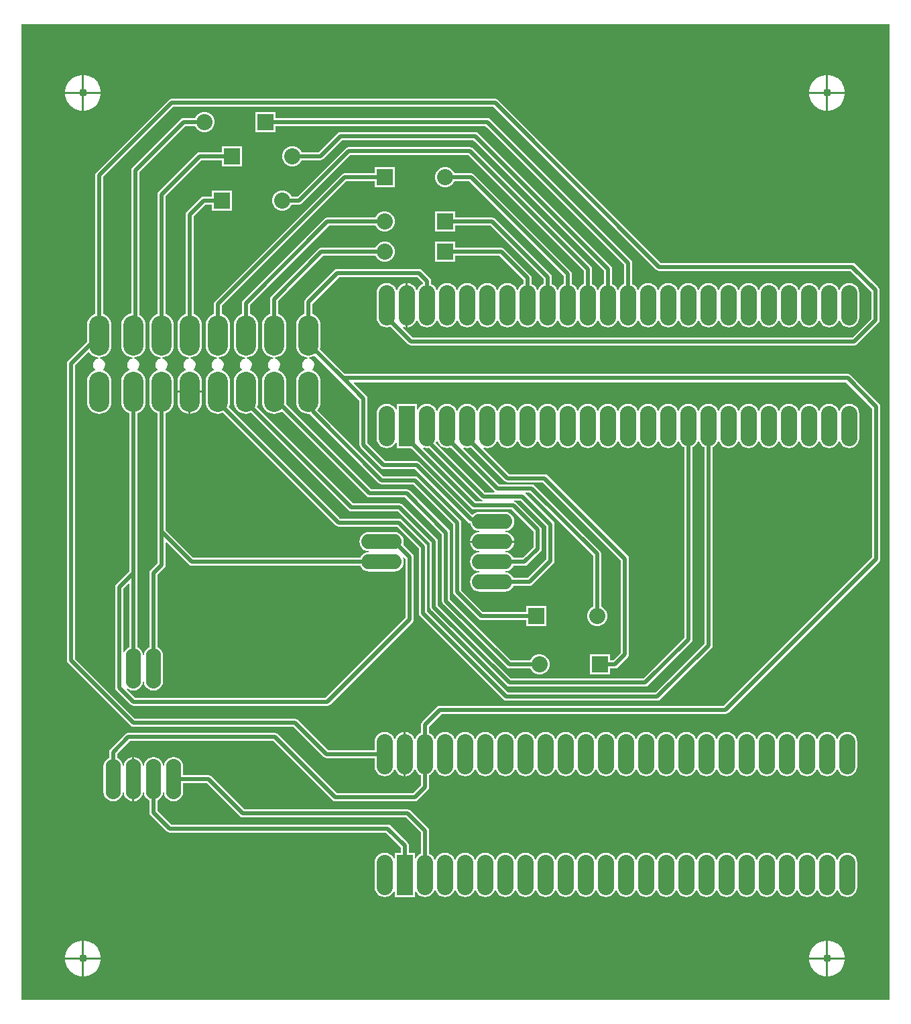
<source format=gbr>
%TF.GenerationSoftware,Altium Limited,Altium Designer,24.4.1 (13)*%
G04 Layer_Physical_Order=2*
G04 Layer_Color=16711680*
%FSLAX45Y45*%
%MOMM*%
%TF.SameCoordinates,8A7C2A8E-E69E-4B29-94BC-9739BFB7EBFE*%
%TF.FilePolarity,Positive*%
%TF.FileFunction,Copper,L2,Bot,Signal*%
%TF.Part,Single*%
G01*
G75*
%TA.AperFunction,ViaPad*%
%ADD10C,1.01600*%
%TA.AperFunction,Conductor*%
%ADD11C,0.50800*%
%TA.AperFunction,ComponentPad*%
%ADD12O,1.90500X5.08000*%
%ADD13R,2.03200X2.03200*%
%ADD14C,2.03200*%
%ADD15R,2.03200X5.08000*%
%ADD16O,2.03200X5.08000*%
%ADD17O,2.54000X5.08000*%
%ADD18O,5.08000X1.90500*%
G36*
X17297398Y1003300D02*
X6337300D01*
Y13309599D01*
X17297400D01*
X17297398Y1003300D01*
D02*
G37*
%LPC*%
G36*
X16532201Y12671400D02*
X16522701D01*
Y12458700D01*
X16735400D01*
Y12468200D01*
X16726738Y12511747D01*
X16709747Y12552767D01*
X16685080Y12589684D01*
X16653683Y12621080D01*
X16616766Y12645747D01*
X16575748Y12662738D01*
X16532201Y12671400D01*
D02*
G37*
G36*
X16497301D02*
X16487801D01*
X16444254Y12662738D01*
X16403233Y12645747D01*
X16366316Y12621080D01*
X16334920Y12589684D01*
X16310252Y12552767D01*
X16293262Y12511747D01*
X16284599Y12468200D01*
Y12458700D01*
X16497301D01*
Y12671400D01*
D02*
G37*
G36*
X7134200D02*
X7124700D01*
Y12458700D01*
X7337400D01*
Y12468200D01*
X7328738Y12511747D01*
X7311747Y12552767D01*
X7287080Y12589684D01*
X7255684Y12621080D01*
X7218767Y12645747D01*
X7177747Y12662738D01*
X7134200Y12671400D01*
D02*
G37*
G36*
X7099300D02*
X7089800D01*
X7046253Y12662738D01*
X7005233Y12645747D01*
X6968316Y12621080D01*
X6936920Y12589684D01*
X6912253Y12552767D01*
X6895262Y12511747D01*
X6886600Y12468200D01*
Y12458700D01*
X7099300D01*
Y12671400D01*
D02*
G37*
G36*
X16735400Y12433300D02*
X16522701D01*
Y12220600D01*
X16532201D01*
X16575748Y12229262D01*
X16616766Y12246253D01*
X16653683Y12270920D01*
X16685080Y12302316D01*
X16709747Y12339233D01*
X16726738Y12380253D01*
X16735400Y12423800D01*
Y12433300D01*
D02*
G37*
G36*
X16497301D02*
X16284599D01*
Y12423800D01*
X16293262Y12380253D01*
X16310252Y12339233D01*
X16334920Y12302316D01*
X16366316Y12270920D01*
X16403233Y12246253D01*
X16444254Y12229262D01*
X16487801Y12220600D01*
X16497301D01*
Y12433300D01*
D02*
G37*
G36*
X7337400D02*
X7124700D01*
Y12220600D01*
X7134200D01*
X7177747Y12229262D01*
X7218767Y12246253D01*
X7255684Y12270920D01*
X7287080Y12302316D01*
X7311747Y12339233D01*
X7328738Y12380253D01*
X7337400Y12423800D01*
Y12433300D01*
D02*
G37*
G36*
X7099300D02*
X6886600D01*
Y12423800D01*
X6895262Y12380253D01*
X6912253Y12339233D01*
X6936920Y12302316D01*
X6968316Y12270920D01*
X7005233Y12246253D01*
X7046253Y12229262D01*
X7089800Y12220600D01*
X7099300D01*
Y12433300D01*
D02*
G37*
G36*
X8662920Y12204700D02*
X8629481D01*
X8597180Y12196045D01*
X8568221Y12179325D01*
X8544575Y12155680D01*
X8529458Y12129495D01*
X8382001D01*
X8382000Y12129495D01*
X8362179Y12125553D01*
X8345375Y12114325D01*
X8345375Y12114324D01*
X7735775Y11504725D01*
X7724547Y11487921D01*
X7720605Y11468100D01*
Y9662838D01*
X7717124Y9662495D01*
X7688397Y9653781D01*
X7661921Y9639629D01*
X7638715Y9620585D01*
X7619671Y9597379D01*
X7605519Y9570903D01*
X7596805Y9542176D01*
X7593863Y9512300D01*
Y9258300D01*
X7596805Y9228424D01*
X7605519Y9199697D01*
X7619671Y9173221D01*
X7638715Y9150015D01*
X7661921Y9130971D01*
X7688397Y9116819D01*
X7717124Y9108105D01*
X7739514Y9105900D01*
X7738890Y9093200D01*
X7736968D01*
X7717588Y9088007D01*
X7700212Y9077975D01*
X7686025Y9063788D01*
X7675993Y9046412D01*
X7670800Y9027032D01*
Y9006968D01*
X7675993Y8987588D01*
X7686025Y8970212D01*
X7697594Y8958642D01*
X7696254Y8944964D01*
X7688397Y8942581D01*
X7661921Y8928429D01*
X7638715Y8909385D01*
X7619671Y8886179D01*
X7605519Y8859703D01*
X7596805Y8830976D01*
X7593863Y8801100D01*
Y8547100D01*
X7596805Y8517224D01*
X7605519Y8488497D01*
X7619671Y8462021D01*
X7638715Y8438815D01*
X7661921Y8419771D01*
X7688397Y8405619D01*
X7695205Y8403554D01*
Y6409554D01*
X7532575Y6246925D01*
X7521347Y6230121D01*
X7517405Y6210300D01*
Y4940300D01*
X7521347Y4920479D01*
X7532575Y4903675D01*
X7710375Y4725876D01*
X7710375Y4725875D01*
X7727179Y4714647D01*
X7747000Y4710705D01*
X10198100D01*
X10217921Y4714647D01*
X10234725Y4725875D01*
X11276125Y5767275D01*
X11287353Y5784079D01*
X11291295Y5803900D01*
X11291295Y5803901D01*
Y6584949D01*
X11291295Y6584950D01*
X11287353Y6604771D01*
X11276125Y6621575D01*
X11276124Y6621575D01*
X11156446Y6741254D01*
X11160195Y6750304D01*
X11164341Y6781800D01*
X11160195Y6813296D01*
X11148038Y6842646D01*
X11128699Y6867849D01*
X11103496Y6887188D01*
X11074146Y6899345D01*
X11042650Y6903491D01*
X10725150D01*
X10693654Y6899345D01*
X10664304Y6887188D01*
X10639101Y6867849D01*
X10619762Y6842646D01*
X10607605Y6813296D01*
X10603459Y6781800D01*
X10607605Y6750304D01*
X10619762Y6720954D01*
X10639101Y6695751D01*
X10664304Y6676412D01*
X10693654Y6664255D01*
X10716825Y6661205D01*
Y6648395D01*
X10693654Y6645345D01*
X10664304Y6633188D01*
X10639101Y6613849D01*
X10619762Y6588646D01*
X10616014Y6579595D01*
X8505054D01*
X8154395Y6930254D01*
Y8403554D01*
X8161203Y8405619D01*
X8187679Y8419771D01*
X8210885Y8438815D01*
X8229929Y8462021D01*
X8244081Y8488497D01*
X8252795Y8517224D01*
X8255737Y8547100D01*
Y8801100D01*
X8252795Y8830976D01*
X8244081Y8859703D01*
X8229929Y8886179D01*
X8210885Y8909385D01*
X8187679Y8928429D01*
X8161203Y8942581D01*
X8153346Y8944964D01*
X8152006Y8958642D01*
X8163575Y8970212D01*
X8173607Y8987588D01*
X8178800Y9006968D01*
Y9027032D01*
X8173607Y9046412D01*
X8163575Y9063788D01*
X8149388Y9077975D01*
X8132012Y9088007D01*
X8112632Y9093200D01*
X8110710D01*
X8110086Y9105900D01*
X8132476Y9108105D01*
X8161203Y9116819D01*
X8187679Y9130971D01*
X8210885Y9150015D01*
X8229929Y9173221D01*
X8244081Y9199697D01*
X8252795Y9228424D01*
X8255737Y9258300D01*
Y9512300D01*
X8252795Y9542176D01*
X8244081Y9570903D01*
X8229929Y9597379D01*
X8210885Y9620585D01*
X8187679Y9639629D01*
X8161203Y9653781D01*
X8154395Y9655846D01*
Y11141846D01*
X8606654Y11594105D01*
X8862101D01*
Y11518900D01*
X9116101D01*
Y11772900D01*
X8862101D01*
Y11697695D01*
X8585200D01*
X8565379Y11693753D01*
X8548575Y11682525D01*
X8065975Y11199925D01*
X8054747Y11183121D01*
X8050805Y11163300D01*
Y9655846D01*
X8043997Y9653781D01*
X8017521Y9639629D01*
X7994315Y9620585D01*
X7975271Y9597379D01*
X7961119Y9570903D01*
X7952405Y9542176D01*
X7949463Y9512300D01*
Y9258300D01*
X7952405Y9228424D01*
X7961119Y9199697D01*
X7975271Y9173221D01*
X7994315Y9150015D01*
X8017521Y9130971D01*
X8043997Y9116819D01*
X8072724Y9108105D01*
X8095114Y9105900D01*
X8094490Y9093200D01*
X8092568D01*
X8073188Y9088007D01*
X8055812Y9077975D01*
X8041625Y9063788D01*
X8031593Y9046412D01*
X8026400Y9027032D01*
Y9006968D01*
X8031593Y8987588D01*
X8041625Y8970212D01*
X8053194Y8958642D01*
X8051854Y8944964D01*
X8043997Y8942581D01*
X8017521Y8928429D01*
X7994315Y8909385D01*
X7975271Y8886179D01*
X7961119Y8859703D01*
X7952405Y8830976D01*
X7949463Y8801100D01*
Y8547100D01*
X7952405Y8517224D01*
X7961119Y8488497D01*
X7975271Y8462021D01*
X7994315Y8438815D01*
X8017521Y8419771D01*
X8043997Y8405619D01*
X8050805Y8403554D01*
Y6908800D01*
Y6511154D01*
X7964375Y6424725D01*
X7953147Y6407921D01*
X7949205Y6388100D01*
Y5449486D01*
X7940154Y5445738D01*
X7914951Y5426399D01*
X7895612Y5401196D01*
X7883455Y5371846D01*
X7880405Y5348675D01*
X7867595D01*
X7864545Y5371846D01*
X7852388Y5401196D01*
X7833049Y5426399D01*
X7807846Y5445738D01*
X7798795Y5449486D01*
Y6388100D01*
Y8403554D01*
X7805603Y8405619D01*
X7832079Y8419771D01*
X7855285Y8438815D01*
X7874329Y8462021D01*
X7888481Y8488497D01*
X7897195Y8517224D01*
X7900137Y8547100D01*
Y8801100D01*
X7897195Y8830976D01*
X7888481Y8859703D01*
X7874329Y8886179D01*
X7855285Y8909385D01*
X7832079Y8928429D01*
X7805603Y8942581D01*
X7797746Y8944964D01*
X7796406Y8958642D01*
X7807975Y8970212D01*
X7818007Y8987588D01*
X7823200Y9006968D01*
Y9027032D01*
X7818007Y9046412D01*
X7807975Y9063788D01*
X7793788Y9077975D01*
X7776412Y9088007D01*
X7757032Y9093200D01*
X7755110D01*
X7754486Y9105900D01*
X7776876Y9108105D01*
X7805603Y9116819D01*
X7832079Y9130971D01*
X7855285Y9150015D01*
X7874329Y9173221D01*
X7888481Y9199697D01*
X7897195Y9228424D01*
X7900137Y9258300D01*
Y9512300D01*
X7897195Y9542176D01*
X7888481Y9570903D01*
X7874329Y9597379D01*
X7855285Y9620585D01*
X7832079Y9639629D01*
X7824195Y9643843D01*
Y11446646D01*
X8403454Y12025905D01*
X8529458D01*
X8544575Y11999720D01*
X8568221Y11976075D01*
X8597180Y11959355D01*
X8629481Y11950700D01*
X8662920D01*
X8695221Y11959355D01*
X8724180Y11976075D01*
X8747826Y11999720D01*
X8764546Y12028680D01*
X8773201Y12060980D01*
Y12094420D01*
X8764546Y12126720D01*
X8747826Y12155680D01*
X8724180Y12179325D01*
X8695221Y12196045D01*
X8662920Y12204700D01*
D02*
G37*
G36*
X11046501Y11506200D02*
X10792501D01*
Y11430995D01*
X10414000D01*
X10394179Y11427053D01*
X10377375Y11415825D01*
X10377375Y11415824D01*
X8777175Y9815625D01*
X8765947Y9798821D01*
X8762005Y9779000D01*
Y9655846D01*
X8755197Y9653781D01*
X8728721Y9639629D01*
X8705515Y9620585D01*
X8686471Y9597379D01*
X8672319Y9570903D01*
X8663605Y9542176D01*
X8660663Y9512300D01*
Y9258300D01*
X8663605Y9228424D01*
X8672319Y9199697D01*
X8686471Y9173221D01*
X8705515Y9150015D01*
X8728721Y9130971D01*
X8755197Y9116819D01*
X8783924Y9108105D01*
X8806314Y9105900D01*
X8805690Y9093200D01*
X8803768D01*
X8784388Y9088007D01*
X8767012Y9077975D01*
X8752825Y9063788D01*
X8742793Y9046412D01*
X8737600Y9027032D01*
Y9006968D01*
X8742793Y8987588D01*
X8752825Y8970212D01*
X8764394Y8958642D01*
X8763054Y8944964D01*
X8755197Y8942581D01*
X8728721Y8928429D01*
X8705515Y8909385D01*
X8686471Y8886179D01*
X8672319Y8859703D01*
X8663605Y8830976D01*
X8660663Y8801100D01*
Y8547100D01*
X8663605Y8517224D01*
X8672319Y8488497D01*
X8686471Y8462021D01*
X8705515Y8438815D01*
X8728721Y8419771D01*
X8755197Y8405619D01*
X8783924Y8396905D01*
X8813800Y8393963D01*
X8843676Y8396905D01*
X8872403Y8405619D01*
X8878677Y8408973D01*
X10301175Y6986475D01*
X10317979Y6975247D01*
X10337800Y6971305D01*
X11078346D01*
X11352805Y6696846D01*
Y5880100D01*
X11356747Y5860279D01*
X11367975Y5843475D01*
X12422075Y4789375D01*
X12438879Y4778147D01*
X12458700Y4774205D01*
X14363699D01*
X14383521Y4778147D01*
X14400325Y4789375D01*
X15048026Y5437075D01*
X15059253Y5453879D01*
X15063194Y5473700D01*
X15063194Y5473701D01*
Y7973891D01*
X15075449Y7978966D01*
X15101978Y7999323D01*
X15122334Y8025852D01*
X15131528Y8048045D01*
X15145273D01*
X15154466Y8025852D01*
X15174823Y7999323D01*
X15201352Y7978966D01*
X15232246Y7966169D01*
X15265401Y7961804D01*
X15298553Y7966169D01*
X15329448Y7978966D01*
X15355977Y7999323D01*
X15376334Y8025852D01*
X15385527Y8048045D01*
X15399274D01*
X15408466Y8025852D01*
X15428822Y7999323D01*
X15455351Y7978966D01*
X15486246Y7966169D01*
X15519400Y7961804D01*
X15552554Y7966169D01*
X15583447Y7978966D01*
X15609978Y7999323D01*
X15630334Y8025852D01*
X15639526Y8048045D01*
X15653273D01*
X15662466Y8025852D01*
X15682823Y7999323D01*
X15709352Y7978966D01*
X15740247Y7966169D01*
X15773399Y7961804D01*
X15806554Y7966169D01*
X15837448Y7978966D01*
X15863977Y7999323D01*
X15884334Y8025852D01*
X15893527Y8048045D01*
X15907272D01*
X15916466Y8025852D01*
X15936823Y7999323D01*
X15963351Y7978966D01*
X15994246Y7966169D01*
X16027400Y7961804D01*
X16060555Y7966169D01*
X16091447Y7978966D01*
X16117976Y7999323D01*
X16138335Y8025852D01*
X16147527Y8048045D01*
X16161273D01*
X16170467Y8025852D01*
X16190823Y7999323D01*
X16217352Y7978966D01*
X16248245Y7966169D01*
X16281400Y7961804D01*
X16314554Y7966169D01*
X16345448Y7978966D01*
X16371977Y7999323D01*
X16392334Y8025852D01*
X16401527Y8048045D01*
X16415273D01*
X16424466Y8025852D01*
X16444823Y7999323D01*
X16471352Y7978966D01*
X16502246Y7966169D01*
X16535400Y7961804D01*
X16568555Y7966169D01*
X16599448Y7978966D01*
X16625977Y7999323D01*
X16646333Y8025852D01*
X16655527Y8048045D01*
X16669273D01*
X16678465Y8025852D01*
X16698824Y7999323D01*
X16725352Y7978966D01*
X16756245Y7966169D01*
X16789400Y7961804D01*
X16822554Y7966169D01*
X16853448Y7978966D01*
X16879977Y7999323D01*
X16900334Y8025852D01*
X16913132Y8056746D01*
X16917496Y8089900D01*
Y8394700D01*
X16913132Y8427854D01*
X16900334Y8458748D01*
X16879977Y8485277D01*
X16853448Y8505634D01*
X16822554Y8518431D01*
X16789400Y8522796D01*
X16756245Y8518431D01*
X16725352Y8505634D01*
X16698824Y8485277D01*
X16678465Y8458748D01*
X16669273Y8436555D01*
X16655527D01*
X16646333Y8458748D01*
X16625977Y8485277D01*
X16599448Y8505634D01*
X16568555Y8518431D01*
X16535400Y8522796D01*
X16502246Y8518431D01*
X16471352Y8505634D01*
X16444823Y8485277D01*
X16424466Y8458748D01*
X16415273Y8436555D01*
X16401527D01*
X16392334Y8458748D01*
X16371977Y8485277D01*
X16345448Y8505634D01*
X16314554Y8518431D01*
X16281400Y8522796D01*
X16248245Y8518431D01*
X16217352Y8505634D01*
X16190823Y8485277D01*
X16170467Y8458748D01*
X16161273Y8436555D01*
X16147527D01*
X16138335Y8458748D01*
X16117976Y8485277D01*
X16091447Y8505634D01*
X16060555Y8518431D01*
X16027400Y8522796D01*
X15994246Y8518431D01*
X15963351Y8505634D01*
X15936823Y8485277D01*
X15916466Y8458748D01*
X15907272Y8436555D01*
X15893527D01*
X15884334Y8458748D01*
X15863977Y8485277D01*
X15837448Y8505634D01*
X15806554Y8518431D01*
X15773399Y8522796D01*
X15740247Y8518431D01*
X15709352Y8505634D01*
X15682823Y8485277D01*
X15662466Y8458748D01*
X15653273Y8436555D01*
X15639526D01*
X15630334Y8458748D01*
X15609978Y8485277D01*
X15583447Y8505634D01*
X15552554Y8518431D01*
X15519400Y8522796D01*
X15486246Y8518431D01*
X15455351Y8505634D01*
X15428822Y8485277D01*
X15408466Y8458748D01*
X15399274Y8436555D01*
X15385527D01*
X15376334Y8458748D01*
X15355977Y8485277D01*
X15329448Y8505634D01*
X15298553Y8518431D01*
X15265401Y8522796D01*
X15232246Y8518431D01*
X15201352Y8505634D01*
X15174823Y8485277D01*
X15154466Y8458748D01*
X15145273Y8436555D01*
X15131528D01*
X15122334Y8458748D01*
X15101978Y8485277D01*
X15075449Y8505634D01*
X15044554Y8518431D01*
X15011400Y8522796D01*
X14978246Y8518431D01*
X14947353Y8505634D01*
X14920824Y8485277D01*
X14900465Y8458748D01*
X14891273Y8436555D01*
X14877527D01*
X14868333Y8458748D01*
X14847977Y8485277D01*
X14821448Y8505634D01*
X14790553Y8518431D01*
X14757401Y8522796D01*
X14724246Y8518431D01*
X14693352Y8505634D01*
X14666823Y8485277D01*
X14646466Y8458748D01*
X14637273Y8436555D01*
X14623528D01*
X14614334Y8458748D01*
X14593977Y8485277D01*
X14567448Y8505634D01*
X14536554Y8518431D01*
X14503400Y8522796D01*
X14470245Y8518431D01*
X14439352Y8505634D01*
X14412823Y8485277D01*
X14392467Y8458748D01*
X14383273Y8436555D01*
X14369527D01*
X14360333Y8458748D01*
X14339977Y8485277D01*
X14313448Y8505634D01*
X14282555Y8518431D01*
X14249400Y8522796D01*
X14216246Y8518431D01*
X14185352Y8505634D01*
X14158823Y8485277D01*
X14138466Y8458748D01*
X14129272Y8436555D01*
X14115527D01*
X14106334Y8458748D01*
X14085977Y8485277D01*
X14059448Y8505634D01*
X14028554Y8518431D01*
X13995399Y8522796D01*
X13962247Y8518431D01*
X13931352Y8505634D01*
X13904823Y8485277D01*
X13884467Y8458748D01*
X13875273Y8436555D01*
X13861526D01*
X13852335Y8458748D01*
X13831976Y8485277D01*
X13805447Y8505634D01*
X13774554Y8518431D01*
X13741400Y8522796D01*
X13708246Y8518431D01*
X13677351Y8505634D01*
X13650822Y8485277D01*
X13630466Y8458748D01*
X13621272Y8436555D01*
X13607527D01*
X13598334Y8458748D01*
X13577977Y8485277D01*
X13551448Y8505634D01*
X13520554Y8518431D01*
X13487399Y8522796D01*
X13454247Y8518431D01*
X13423352Y8505634D01*
X13396823Y8485277D01*
X13376466Y8458748D01*
X13367273Y8436555D01*
X13353526D01*
X13344334Y8458748D01*
X13323978Y8485277D01*
X13297449Y8505634D01*
X13266554Y8518431D01*
X13233400Y8522796D01*
X13200246Y8518431D01*
X13169353Y8505634D01*
X13142822Y8485277D01*
X13122466Y8458748D01*
X13113274Y8436555D01*
X13099527D01*
X13090334Y8458748D01*
X13069977Y8485277D01*
X13043448Y8505634D01*
X13012553Y8518431D01*
X12979401Y8522796D01*
X12946246Y8518431D01*
X12915352Y8505634D01*
X12888823Y8485277D01*
X12868466Y8458748D01*
X12859273Y8436555D01*
X12845528D01*
X12836334Y8458748D01*
X12815977Y8485277D01*
X12789448Y8505634D01*
X12758554Y8518431D01*
X12725400Y8522796D01*
X12692246Y8518431D01*
X12661352Y8505634D01*
X12634823Y8485277D01*
X12614466Y8458748D01*
X12605273Y8436555D01*
X12591527D01*
X12582334Y8458748D01*
X12561977Y8485277D01*
X12535448Y8505634D01*
X12504554Y8518431D01*
X12471400Y8522796D01*
X12438246Y8518431D01*
X12407352Y8505634D01*
X12380823Y8485277D01*
X12360466Y8458748D01*
X12351273Y8436555D01*
X12337527D01*
X12328334Y8458748D01*
X12307977Y8485277D01*
X12281448Y8505634D01*
X12250554Y8518431D01*
X12217400Y8522796D01*
X12184246Y8518431D01*
X12153352Y8505634D01*
X12126823Y8485277D01*
X12106466Y8458748D01*
X12097273Y8436555D01*
X12083527D01*
X12074334Y8458748D01*
X12053977Y8485277D01*
X12027448Y8505634D01*
X11996554Y8518431D01*
X11963400Y8522796D01*
X11930246Y8518431D01*
X11899352Y8505634D01*
X11872823Y8485277D01*
X11852466Y8458748D01*
X11843273Y8436555D01*
X11829527D01*
X11820334Y8458748D01*
X11799977Y8485277D01*
X11773448Y8505634D01*
X11742554Y8518431D01*
X11709400Y8522796D01*
X11676246Y8518431D01*
X11645352Y8505634D01*
X11618823Y8485277D01*
X11598466Y8458748D01*
X11589273Y8436555D01*
X11575527D01*
X11566334Y8458748D01*
X11545977Y8485277D01*
X11519448Y8505634D01*
X11488554Y8518431D01*
X11455400Y8522796D01*
X11422246Y8518431D01*
X11391352Y8505634D01*
X11364823Y8485277D01*
X11344466Y8458748D01*
X11341100Y8450622D01*
X11328400Y8453148D01*
Y8521700D01*
X11074400D01*
Y8453148D01*
X11061700Y8450622D01*
X11058334Y8458748D01*
X11037977Y8485277D01*
X11011448Y8505634D01*
X10980554Y8518431D01*
X10947400Y8522796D01*
X10914246Y8518431D01*
X10883352Y8505634D01*
X10856823Y8485277D01*
X10836466Y8458748D01*
X10823669Y8427854D01*
X10819304Y8394700D01*
Y8089900D01*
X10823669Y8056746D01*
X10836466Y8025852D01*
X10856823Y7999323D01*
X10883352Y7978966D01*
X10914246Y7966169D01*
X10947400Y7961804D01*
X10980554Y7966169D01*
X11011448Y7978966D01*
X11037977Y7999323D01*
X11058334Y8025852D01*
X11061700Y8033978D01*
X11074400Y8031452D01*
Y7962900D01*
X11255150D01*
X12015675Y7202376D01*
X12015675Y7202375D01*
X12032479Y7191147D01*
X12052300Y7187205D01*
X12526146D01*
X12800604Y6912746D01*
Y6714354D01*
X12665846Y6579595D01*
X12548786D01*
X12545038Y6588646D01*
X12525699Y6613849D01*
X12500496Y6633188D01*
X12471146Y6645345D01*
X12447975Y6648395D01*
Y6661205D01*
X12471146Y6664255D01*
X12500496Y6676412D01*
X12525699Y6695751D01*
X12545038Y6720954D01*
X12557195Y6750304D01*
X12559669Y6769100D01*
X12280900D01*
X12002131D01*
X12004605Y6750304D01*
X12016762Y6720954D01*
X12036101Y6695751D01*
X12061304Y6676412D01*
X12090654Y6664255D01*
X12113825Y6661205D01*
Y6648395D01*
X12090654Y6645345D01*
X12061304Y6633188D01*
X12036101Y6613849D01*
X12016762Y6588646D01*
X12004605Y6559296D01*
X12000459Y6527800D01*
X12004605Y6496304D01*
X12016762Y6466954D01*
X12036101Y6441751D01*
X12061304Y6422412D01*
X12090654Y6410255D01*
X12113825Y6407205D01*
Y6394395D01*
X12090654Y6391345D01*
X12061304Y6379188D01*
X12036101Y6359849D01*
X12016762Y6334646D01*
X12004605Y6305296D01*
X12000459Y6273800D01*
X12004605Y6242304D01*
X12016762Y6212954D01*
X12036101Y6187751D01*
X12061304Y6168412D01*
X12090654Y6156255D01*
X12122150Y6152109D01*
X12439650D01*
X12471146Y6156255D01*
X12500496Y6168412D01*
X12525699Y6187751D01*
X12545038Y6212954D01*
X12548786Y6222005D01*
X12750800D01*
X12770621Y6225947D01*
X12787425Y6237175D01*
X13054124Y6503875D01*
X13065353Y6520679D01*
X13069295Y6540500D01*
Y6997700D01*
X13065353Y7017521D01*
X13054124Y7034325D01*
X12698525Y7389925D01*
X12697806Y7390405D01*
X12701659Y7403105D01*
X12754746D01*
X13552403Y6605446D01*
Y5958743D01*
X13526221Y5943625D01*
X13502574Y5919980D01*
X13485854Y5891020D01*
X13477199Y5858720D01*
Y5825280D01*
X13485854Y5792980D01*
X13502574Y5764020D01*
X13526221Y5740375D01*
X13555179Y5723655D01*
X13587480Y5715000D01*
X13620918D01*
X13653220Y5723655D01*
X13682179Y5740375D01*
X13705824Y5764020D01*
X13722543Y5792980D01*
X13731200Y5825280D01*
Y5858720D01*
X13722543Y5891020D01*
X13705824Y5919980D01*
X13682179Y5943625D01*
X13655995Y5958743D01*
Y6626901D01*
X13652052Y6646722D01*
X13640823Y6663525D01*
X12812825Y7491525D01*
X12796021Y7502753D01*
X12776200Y7506695D01*
X12365854D01*
X11912972Y7959578D01*
X11920166Y7970344D01*
X11930246Y7966169D01*
X11963400Y7961804D01*
X11996554Y7966169D01*
X12008806Y7971244D01*
X12434775Y7545275D01*
X12451579Y7534047D01*
X12471400Y7530105D01*
X12919846D01*
X13905505Y6544446D01*
Y5380854D01*
X13808846Y5284195D01*
X13769299D01*
Y5359400D01*
X13515298D01*
Y5105400D01*
X13769299D01*
Y5180605D01*
X13830299D01*
X13850121Y5184547D01*
X13866925Y5195775D01*
X13993925Y5322775D01*
X14005153Y5339579D01*
X14009094Y5359400D01*
Y6565900D01*
X14005153Y6585721D01*
X13993925Y6602525D01*
X12977925Y7618525D01*
X12961121Y7629753D01*
X12941299Y7633695D01*
X12492854D01*
X12166972Y7959578D01*
X12174166Y7970344D01*
X12184246Y7966169D01*
X12217400Y7961804D01*
X12250554Y7966169D01*
X12281448Y7978966D01*
X12307977Y7999323D01*
X12328334Y8025852D01*
X12337527Y8048045D01*
X12351273D01*
X12360466Y8025852D01*
X12380823Y7999323D01*
X12407352Y7978966D01*
X12438246Y7966169D01*
X12471400Y7961804D01*
X12504554Y7966169D01*
X12535448Y7978966D01*
X12561977Y7999323D01*
X12582334Y8025852D01*
X12591527Y8048045D01*
X12605273D01*
X12614466Y8025852D01*
X12634823Y7999323D01*
X12661352Y7978966D01*
X12692246Y7966169D01*
X12725400Y7961804D01*
X12758554Y7966169D01*
X12789448Y7978966D01*
X12815977Y7999323D01*
X12836334Y8025852D01*
X12845528Y8048045D01*
X12859273D01*
X12868466Y8025852D01*
X12888823Y7999323D01*
X12915352Y7978966D01*
X12946246Y7966169D01*
X12979401Y7961804D01*
X13012553Y7966169D01*
X13043448Y7978966D01*
X13069977Y7999323D01*
X13090334Y8025852D01*
X13099527Y8048045D01*
X13113274D01*
X13122466Y8025852D01*
X13142822Y7999323D01*
X13169353Y7978966D01*
X13200246Y7966169D01*
X13233400Y7961804D01*
X13266554Y7966169D01*
X13297449Y7978966D01*
X13323978Y7999323D01*
X13344334Y8025852D01*
X13353526Y8048045D01*
X13367273D01*
X13376466Y8025852D01*
X13396823Y7999323D01*
X13423352Y7978966D01*
X13454247Y7966169D01*
X13487399Y7961804D01*
X13520554Y7966169D01*
X13551448Y7978966D01*
X13577977Y7999323D01*
X13598334Y8025852D01*
X13607527Y8048045D01*
X13621272D01*
X13630466Y8025852D01*
X13650822Y7999323D01*
X13677351Y7978966D01*
X13708246Y7966169D01*
X13741400Y7961804D01*
X13774554Y7966169D01*
X13805447Y7978966D01*
X13831976Y7999323D01*
X13852335Y8025852D01*
X13861526Y8048045D01*
X13875273D01*
X13884467Y8025852D01*
X13904823Y7999323D01*
X13931352Y7978966D01*
X13962247Y7966169D01*
X13995399Y7961804D01*
X14028554Y7966169D01*
X14059448Y7978966D01*
X14085977Y7999323D01*
X14106334Y8025852D01*
X14115527Y8048045D01*
X14129272D01*
X14138466Y8025852D01*
X14158823Y7999323D01*
X14185352Y7978966D01*
X14216246Y7966169D01*
X14249400Y7961804D01*
X14282555Y7966169D01*
X14313448Y7978966D01*
X14339977Y7999323D01*
X14360333Y8025852D01*
X14369527Y8048045D01*
X14383273D01*
X14392467Y8025852D01*
X14412823Y7999323D01*
X14439352Y7978966D01*
X14470245Y7966169D01*
X14503400Y7961804D01*
X14536554Y7966169D01*
X14567448Y7978966D01*
X14593977Y7999323D01*
X14614334Y8025852D01*
X14623528Y8048045D01*
X14637273D01*
X14646466Y8025852D01*
X14666823Y7999323D01*
X14693352Y7978966D01*
X14705605Y7973891D01*
Y5571354D01*
X14189845Y5055595D01*
X12518254D01*
X11596095Y5977754D01*
Y6781800D01*
X11592153Y6801621D01*
X11580925Y6818425D01*
X11149125Y7250225D01*
X11132321Y7261453D01*
X11112500Y7265395D01*
X10524354D01*
X9307527Y8482223D01*
X9310881Y8488497D01*
X9319595Y8517224D01*
X9322537Y8547100D01*
Y8801100D01*
X9319595Y8830976D01*
X9310881Y8859703D01*
X9296729Y8886179D01*
X9277685Y8909385D01*
X9254479Y8928429D01*
X9228003Y8942581D01*
X9220146Y8944964D01*
X9218806Y8958642D01*
X9230375Y8970212D01*
X9240407Y8987588D01*
X9245600Y9006968D01*
Y9027032D01*
X9240407Y9046412D01*
X9230375Y9063788D01*
X9216188Y9077975D01*
X9198812Y9088007D01*
X9179432Y9093200D01*
X9177510D01*
X9176886Y9105900D01*
X9199276Y9108105D01*
X9228003Y9116819D01*
X9254479Y9130971D01*
X9277685Y9150015D01*
X9296729Y9173221D01*
X9310881Y9199697D01*
X9319595Y9228424D01*
X9322537Y9258300D01*
Y9512300D01*
X9319595Y9542176D01*
X9310881Y9570903D01*
X9296729Y9597379D01*
X9277685Y9620585D01*
X9254479Y9639629D01*
X9228003Y9653781D01*
X9221195Y9655846D01*
Y9770246D01*
X10219554Y10768605D01*
X10802757D01*
X10817875Y10742420D01*
X10841520Y10718775D01*
X10870480Y10702055D01*
X10902780Y10693400D01*
X10936220D01*
X10968520Y10702055D01*
X10997480Y10718775D01*
X11021125Y10742420D01*
X11037845Y10771380D01*
X11046500Y10803680D01*
Y10837120D01*
X11037845Y10869420D01*
X11021125Y10898380D01*
X10997480Y10922025D01*
X10968520Y10938745D01*
X10936220Y10947400D01*
X10902780D01*
X10870480Y10938745D01*
X10841520Y10922025D01*
X10817875Y10898380D01*
X10802757Y10872195D01*
X10198100D01*
X10178279Y10868253D01*
X10161475Y10857025D01*
X9132775Y9828325D01*
X9121547Y9811521D01*
X9117605Y9791700D01*
Y9655846D01*
X9110797Y9653781D01*
X9084321Y9639629D01*
X9061115Y9620585D01*
X9042071Y9597379D01*
X9027919Y9570903D01*
X9019205Y9542176D01*
X9016263Y9512300D01*
Y9258300D01*
X9019205Y9228424D01*
X9027919Y9199697D01*
X9042071Y9173221D01*
X9061115Y9150015D01*
X9084321Y9130971D01*
X9110797Y9116819D01*
X9139524Y9108105D01*
X9161914Y9105900D01*
X9161290Y9093200D01*
X9159368D01*
X9139988Y9088007D01*
X9122612Y9077975D01*
X9108425Y9063788D01*
X9098393Y9046412D01*
X9093200Y9027032D01*
Y9006968D01*
X9098393Y8987588D01*
X9108425Y8970212D01*
X9119994Y8958642D01*
X9118654Y8944964D01*
X9110797Y8942581D01*
X9084321Y8928429D01*
X9061115Y8909385D01*
X9042071Y8886179D01*
X9027919Y8859703D01*
X9019205Y8830976D01*
X9016263Y8801100D01*
Y8547100D01*
X9019205Y8517224D01*
X9027919Y8488497D01*
X9042071Y8462021D01*
X9061115Y8438815D01*
X9084321Y8419771D01*
X9110797Y8405619D01*
X9139524Y8396905D01*
X9169400Y8393963D01*
X9199276Y8396905D01*
X9228003Y8405619D01*
X9234277Y8408973D01*
X10466275Y7176975D01*
X10483079Y7165747D01*
X10502900Y7161805D01*
X11091046D01*
X11492505Y6760346D01*
Y5956300D01*
X11496447Y5936479D01*
X11507675Y5919675D01*
X12460175Y4967175D01*
X12476979Y4955947D01*
X12496800Y4952005D01*
X14211301D01*
X14231120Y4955947D01*
X14247925Y4967175D01*
X14794025Y5513275D01*
X14805254Y5530079D01*
X14809195Y5549900D01*
Y7973891D01*
X14821448Y7978966D01*
X14847977Y7999323D01*
X14868333Y8025852D01*
X14877527Y8048045D01*
X14891273D01*
X14900465Y8025852D01*
X14920824Y7999323D01*
X14947353Y7978966D01*
X14959605Y7973891D01*
Y5495154D01*
X14342245Y4877795D01*
X12480154D01*
X11456395Y5901554D01*
Y6718300D01*
X11452453Y6738121D01*
X11441225Y6754925D01*
X11136425Y7059725D01*
X11119621Y7070953D01*
X11099800Y7074895D01*
X10359254D01*
X8951927Y8482223D01*
X8955281Y8488497D01*
X8963995Y8517224D01*
X8966937Y8547100D01*
Y8801100D01*
X8963995Y8830976D01*
X8955281Y8859703D01*
X8941129Y8886179D01*
X8922085Y8909385D01*
X8898879Y8928429D01*
X8872403Y8942581D01*
X8864546Y8944964D01*
X8863206Y8958642D01*
X8874775Y8970212D01*
X8884807Y8987588D01*
X8890000Y9006968D01*
Y9027032D01*
X8884807Y9046412D01*
X8874775Y9063788D01*
X8860588Y9077975D01*
X8843212Y9088007D01*
X8823832Y9093200D01*
X8821910D01*
X8821286Y9105900D01*
X8843676Y9108105D01*
X8872403Y9116819D01*
X8898879Y9130971D01*
X8922085Y9150015D01*
X8941129Y9173221D01*
X8955281Y9199697D01*
X8963995Y9228424D01*
X8966937Y9258300D01*
Y9512300D01*
X8963995Y9542176D01*
X8955281Y9570903D01*
X8941129Y9597379D01*
X8922085Y9620585D01*
X8898879Y9639629D01*
X8872403Y9653781D01*
X8865595Y9655846D01*
Y9757546D01*
X10435454Y11327405D01*
X10792501D01*
Y11252200D01*
X11046501D01*
Y11506200D01*
D02*
G37*
G36*
X8989101Y11214100D02*
X8735101D01*
Y11138895D01*
X8636000D01*
X8616179Y11134953D01*
X8599375Y11123725D01*
X8599375Y11123724D01*
X8421575Y10945925D01*
X8410347Y10929121D01*
X8406405Y10909300D01*
Y9655846D01*
X8399597Y9653781D01*
X8373121Y9639629D01*
X8349915Y9620585D01*
X8330871Y9597379D01*
X8316719Y9570903D01*
X8308005Y9542176D01*
X8305063Y9512300D01*
Y9258300D01*
X8308005Y9228424D01*
X8316719Y9199697D01*
X8330871Y9173221D01*
X8349915Y9150015D01*
X8373121Y9130971D01*
X8399597Y9116819D01*
X8428324Y9108105D01*
X8450714Y9105900D01*
X8450090Y9093200D01*
X8448168D01*
X8428788Y9088007D01*
X8411412Y9077975D01*
X8397225Y9063788D01*
X8387193Y9046412D01*
X8382000Y9027032D01*
Y9006968D01*
X8387193Y8987588D01*
X8397225Y8970212D01*
X8408794Y8958642D01*
X8407454Y8944964D01*
X8399597Y8942581D01*
X8373121Y8928429D01*
X8349915Y8909385D01*
X8330871Y8886179D01*
X8316719Y8859703D01*
X8308005Y8830976D01*
X8305063Y8801100D01*
Y8686800D01*
X8611337D01*
Y8801100D01*
X8608395Y8830976D01*
X8599681Y8859703D01*
X8585529Y8886179D01*
X8566485Y8909385D01*
X8543279Y8928429D01*
X8516803Y8942581D01*
X8508946Y8944964D01*
X8507606Y8958642D01*
X8519175Y8970212D01*
X8529207Y8987588D01*
X8534400Y9006968D01*
Y9027032D01*
X8529207Y9046412D01*
X8519175Y9063788D01*
X8504988Y9077975D01*
X8487612Y9088007D01*
X8468232Y9093200D01*
X8466310D01*
X8465686Y9105900D01*
X8488076Y9108105D01*
X8516803Y9116819D01*
X8543279Y9130971D01*
X8566485Y9150015D01*
X8585529Y9173221D01*
X8599681Y9199697D01*
X8608395Y9228424D01*
X8611337Y9258300D01*
Y9512300D01*
X8608395Y9542176D01*
X8599681Y9570903D01*
X8585529Y9597379D01*
X8566485Y9620585D01*
X8543279Y9639629D01*
X8516803Y9653781D01*
X8509995Y9655846D01*
Y10887846D01*
X8657454Y11035305D01*
X8735101D01*
Y10960100D01*
X8989101D01*
Y11214100D01*
D02*
G37*
G36*
X10938720Y10566400D02*
X10905280D01*
X10872980Y10557745D01*
X10844020Y10541025D01*
X10820375Y10517380D01*
X10805257Y10491195D01*
X10121900D01*
X10102079Y10487253D01*
X10085275Y10476025D01*
X9488375Y9879125D01*
X9477147Y9862321D01*
X9473205Y9842500D01*
Y9655846D01*
X9466397Y9653781D01*
X9439921Y9639629D01*
X9416715Y9620585D01*
X9397671Y9597379D01*
X9383519Y9570903D01*
X9374805Y9542176D01*
X9371863Y9512300D01*
Y9258300D01*
X9374805Y9228424D01*
X9383519Y9199697D01*
X9397671Y9173221D01*
X9416715Y9150015D01*
X9439921Y9130971D01*
X9466397Y9116819D01*
X9495124Y9108105D01*
X9517514Y9105900D01*
X9516890Y9093200D01*
X9514968D01*
X9495588Y9088007D01*
X9478212Y9077975D01*
X9464025Y9063788D01*
X9453993Y9046412D01*
X9448800Y9027032D01*
Y9006968D01*
X9453993Y8987588D01*
X9464025Y8970212D01*
X9475594Y8958642D01*
X9474254Y8944964D01*
X9466397Y8942581D01*
X9439921Y8928429D01*
X9416715Y8909385D01*
X9397671Y8886179D01*
X9383519Y8859703D01*
X9374805Y8830976D01*
X9371863Y8801100D01*
Y8547100D01*
X9374805Y8517224D01*
X9383519Y8488497D01*
X9397671Y8462021D01*
X9416715Y8438815D01*
X9439921Y8419771D01*
X9466397Y8405619D01*
X9495124Y8396905D01*
X9525000Y8393963D01*
X9554876Y8396905D01*
X9583603Y8405619D01*
X9610079Y8419771D01*
X9620954Y8428696D01*
X10694875Y7354775D01*
X10711679Y7343547D01*
X10731500Y7339605D01*
X11179946D01*
X11644905Y6874646D01*
Y6032500D01*
X11648847Y6012679D01*
X11660075Y5995875D01*
X12460175Y5195775D01*
X12476978Y5184547D01*
X12496800Y5180605D01*
X12758558D01*
X12773675Y5154420D01*
X12797321Y5130775D01*
X12826280Y5114055D01*
X12858582Y5105400D01*
X12892020D01*
X12924321Y5114055D01*
X12953281Y5130775D01*
X12976926Y5154420D01*
X12993646Y5183380D01*
X13002301Y5215680D01*
Y5249120D01*
X12993646Y5281420D01*
X12976926Y5310380D01*
X12953281Y5334025D01*
X12924321Y5350745D01*
X12892020Y5359400D01*
X12858582D01*
X12826280Y5350745D01*
X12797321Y5334025D01*
X12773675Y5310380D01*
X12758558Y5284195D01*
X12518254D01*
X11748495Y6053954D01*
Y6896100D01*
X11744553Y6915921D01*
X11733325Y6932725D01*
X11733324Y6932725D01*
X11238025Y7428025D01*
X11221221Y7439253D01*
X11201400Y7443195D01*
X10752954D01*
X9675529Y8520620D01*
X9678137Y8547100D01*
Y8801100D01*
X9675195Y8830976D01*
X9666481Y8859703D01*
X9652329Y8886179D01*
X9633285Y8909385D01*
X9610079Y8928429D01*
X9583603Y8942581D01*
X9575746Y8944964D01*
X9574406Y8958642D01*
X9585975Y8970212D01*
X9596007Y8987588D01*
X9601200Y9006968D01*
Y9027032D01*
X9596007Y9046412D01*
X9585975Y9063788D01*
X9571788Y9077975D01*
X9554412Y9088007D01*
X9535032Y9093200D01*
X9533110D01*
X9532486Y9105900D01*
X9554876Y9108105D01*
X9583603Y9116819D01*
X9610079Y9130971D01*
X9633285Y9150015D01*
X9652329Y9173221D01*
X9666481Y9199697D01*
X9675195Y9228424D01*
X9678137Y9258300D01*
Y9512300D01*
X9675195Y9542176D01*
X9666481Y9570903D01*
X9652329Y9597379D01*
X9633285Y9620585D01*
X9610079Y9639629D01*
X9583603Y9653781D01*
X9576795Y9655846D01*
Y9821046D01*
X10143354Y10387605D01*
X10805257D01*
X10820375Y10361420D01*
X10844020Y10337775D01*
X10872980Y10321055D01*
X10905280Y10312400D01*
X10938720D01*
X10971020Y10321055D01*
X10999980Y10337775D01*
X11023625Y10361420D01*
X11040345Y10390380D01*
X11049000Y10422680D01*
Y10456120D01*
X11040345Y10488420D01*
X11023625Y10517380D01*
X10999980Y10541025D01*
X10971020Y10557745D01*
X10938720Y10566400D01*
D02*
G37*
G36*
X9540199Y12204700D02*
X9286199D01*
Y11950700D01*
X9540199D01*
Y12025905D01*
X12195946D01*
X13943605Y10278246D01*
Y10034709D01*
X13931352Y10029634D01*
X13904823Y10009277D01*
X13884467Y9982748D01*
X13875273Y9960555D01*
X13861526D01*
X13852335Y9982748D01*
X13831976Y10009277D01*
X13805447Y10029634D01*
X13793195Y10034709D01*
Y10223499D01*
X13793195Y10223500D01*
X13789253Y10243321D01*
X13778024Y10260125D01*
X13778024Y10260125D01*
X12101625Y11936525D01*
X12084821Y11947753D01*
X12065000Y11951695D01*
X10363201D01*
X10363200Y11951695D01*
X10343379Y11947753D01*
X10326575Y11936525D01*
X10326575Y11936524D01*
X10087746Y11697695D01*
X9872843D01*
X9857725Y11723880D01*
X9834080Y11747525D01*
X9805120Y11764245D01*
X9772820Y11772900D01*
X9739380D01*
X9707080Y11764245D01*
X9678120Y11747525D01*
X9654475Y11723880D01*
X9637755Y11694920D01*
X9629100Y11662620D01*
Y11629180D01*
X9637755Y11596880D01*
X9654475Y11567920D01*
X9678120Y11544275D01*
X9707080Y11527555D01*
X9739380Y11518900D01*
X9772820D01*
X9805120Y11527555D01*
X9834080Y11544275D01*
X9857725Y11567920D01*
X9872843Y11594105D01*
X10109200D01*
X10129021Y11598047D01*
X10145825Y11609275D01*
X10384654Y11848105D01*
X12043546D01*
X13689606Y10202046D01*
Y10034709D01*
X13677351Y10029634D01*
X13650822Y10009277D01*
X13630466Y9982748D01*
X13621272Y9960555D01*
X13607527D01*
X13598334Y9982748D01*
X13577977Y10009277D01*
X13551448Y10029634D01*
X13539195Y10034709D01*
Y10223500D01*
X13535252Y10243321D01*
X13524025Y10260125D01*
X12038125Y11746025D01*
X12021321Y11757253D01*
X12001500Y11761195D01*
X10464800D01*
X10444979Y11757253D01*
X10428175Y11746025D01*
X9821046Y11138895D01*
X9745843D01*
X9730725Y11165080D01*
X9707080Y11188725D01*
X9678120Y11205445D01*
X9645820Y11214100D01*
X9612380D01*
X9580080Y11205445D01*
X9551120Y11188725D01*
X9527475Y11165080D01*
X9510755Y11136120D01*
X9502100Y11103820D01*
Y11070380D01*
X9510755Y11038080D01*
X9527475Y11009120D01*
X9551120Y10985475D01*
X9580080Y10968755D01*
X9612380Y10960100D01*
X9645820D01*
X9678120Y10968755D01*
X9707080Y10985475D01*
X9730725Y11009120D01*
X9745843Y11035305D01*
X9842500D01*
X9862321Y11039247D01*
X9879125Y11050475D01*
X10486254Y11657605D01*
X11980046D01*
X13435605Y10202046D01*
Y10034709D01*
X13423352Y10029634D01*
X13396823Y10009277D01*
X13376466Y9982748D01*
X13367273Y9960555D01*
X13353526D01*
X13344334Y9982748D01*
X13323978Y10009277D01*
X13297449Y10029634D01*
X13285194Y10034709D01*
Y10159999D01*
X13285194Y10160000D01*
X13281253Y10179821D01*
X13270026Y10196625D01*
X12050825Y11415825D01*
X12034021Y11427053D01*
X12014200Y11430995D01*
X11803242D01*
X11788125Y11457180D01*
X11764479Y11480825D01*
X11735520Y11497545D01*
X11703219Y11506200D01*
X11669780D01*
X11637479Y11497545D01*
X11608520Y11480825D01*
X11584874Y11457180D01*
X11568154Y11428220D01*
X11559499Y11395920D01*
Y11362480D01*
X11568154Y11330180D01*
X11584874Y11301220D01*
X11608520Y11277575D01*
X11637479Y11260855D01*
X11669780Y11252200D01*
X11703219D01*
X11735520Y11260855D01*
X11764479Y11277575D01*
X11788125Y11301220D01*
X11803242Y11327405D01*
X11992746D01*
X13181606Y10138546D01*
Y10034709D01*
X13169353Y10029634D01*
X13142822Y10009277D01*
X13122466Y9982748D01*
X13113274Y9960555D01*
X13099527D01*
X13090334Y9982748D01*
X13069977Y10009277D01*
X13043448Y10029634D01*
X13031195Y10034709D01*
Y10121900D01*
X13027254Y10141721D01*
X13016025Y10158525D01*
X12317525Y10857025D01*
X12300721Y10868253D01*
X12280900Y10872195D01*
X11813499D01*
Y10947400D01*
X11559499D01*
Y10693400D01*
X11813499D01*
Y10768605D01*
X12259446D01*
X12927605Y10100446D01*
Y10034709D01*
X12915352Y10029634D01*
X12888823Y10009277D01*
X12868466Y9982748D01*
X12859273Y9960555D01*
X12845528D01*
X12836334Y9982748D01*
X12815977Y10009277D01*
X12789448Y10029634D01*
X12777195Y10034709D01*
Y10109199D01*
X12777195Y10109200D01*
X12773253Y10129021D01*
X12762025Y10145825D01*
X12431825Y10476025D01*
X12415021Y10487253D01*
X12395200Y10491195D01*
X11815999D01*
Y10566400D01*
X11561999D01*
Y10312400D01*
X11815999D01*
Y10387605D01*
X12373746D01*
X12673605Y10087746D01*
Y10034709D01*
X12661352Y10029634D01*
X12634823Y10009277D01*
X12614466Y9982748D01*
X12605273Y9960555D01*
X12591527D01*
X12582334Y9982748D01*
X12561977Y10009277D01*
X12535448Y10029634D01*
X12504554Y10042431D01*
X12471400Y10046796D01*
X12438246Y10042431D01*
X12407352Y10029634D01*
X12380823Y10009277D01*
X12360466Y9982748D01*
X12351273Y9960555D01*
X12337527D01*
X12328334Y9982748D01*
X12307977Y10009277D01*
X12281448Y10029634D01*
X12250554Y10042431D01*
X12217400Y10046796D01*
X12184246Y10042431D01*
X12153352Y10029634D01*
X12126823Y10009277D01*
X12106466Y9982748D01*
X12097273Y9960555D01*
X12083527D01*
X12074334Y9982748D01*
X12053977Y10009277D01*
X12027448Y10029634D01*
X11996554Y10042431D01*
X11963400Y10046796D01*
X11930246Y10042431D01*
X11899352Y10029634D01*
X11872823Y10009277D01*
X11852466Y9982748D01*
X11843273Y9960555D01*
X11829527D01*
X11820334Y9982748D01*
X11799977Y10009277D01*
X11773448Y10029634D01*
X11742554Y10042431D01*
X11709400Y10046796D01*
X11676246Y10042431D01*
X11645352Y10029634D01*
X11618823Y10009277D01*
X11598466Y9982748D01*
X11589273Y9960555D01*
X11575527D01*
X11566334Y9982748D01*
X11545977Y10009277D01*
X11519448Y10029634D01*
X11507195Y10034709D01*
Y10071100D01*
X11503253Y10090921D01*
X11492025Y10107725D01*
X11390425Y10209325D01*
X11373621Y10220553D01*
X11353800Y10224495D01*
X10325101D01*
X10325100Y10224495D01*
X10305279Y10220553D01*
X10288475Y10209325D01*
X9920175Y9841025D01*
X9908947Y9824221D01*
X9905005Y9804400D01*
Y9655846D01*
X9898197Y9653781D01*
X9871721Y9639629D01*
X9848515Y9620585D01*
X9829471Y9597379D01*
X9815319Y9570903D01*
X9806605Y9542176D01*
X9803663Y9512300D01*
Y9258300D01*
X9806605Y9228424D01*
X9815319Y9199697D01*
X9829471Y9173221D01*
X9848515Y9150015D01*
X9871721Y9130971D01*
X9898197Y9116819D01*
X9926924Y9108105D01*
X9949314Y9105900D01*
X9948690Y9093200D01*
X9946768D01*
X9927388Y9088007D01*
X9910012Y9077975D01*
X9895825Y9063788D01*
X9885793Y9046412D01*
X9880600Y9027032D01*
Y9006968D01*
X9885793Y8987588D01*
X9895825Y8970212D01*
X9907394Y8958642D01*
X9906054Y8944964D01*
X9898197Y8942581D01*
X9871721Y8928429D01*
X9848515Y8909385D01*
X9829471Y8886179D01*
X9815319Y8859703D01*
X9806605Y8830976D01*
X9803663Y8801100D01*
Y8547100D01*
X9806605Y8517224D01*
X9815319Y8488497D01*
X9829471Y8462021D01*
X9848515Y8438815D01*
X9871721Y8419771D01*
X9898197Y8405619D01*
X9926924Y8396905D01*
X9956800Y8393963D01*
X9974704Y8395726D01*
X9981309Y8385841D01*
X10847275Y7519876D01*
X10847275Y7519875D01*
X10864079Y7508647D01*
X10883900Y7504705D01*
X10883901Y7504705D01*
X11281546D01*
X11784605Y7001646D01*
Y6146800D01*
X11788547Y6126979D01*
X11799775Y6110175D01*
X12104575Y5805375D01*
X12121379Y5794147D01*
X12141200Y5790205D01*
X12710201D01*
Y5715000D01*
X12964201D01*
Y5969000D01*
X12710201D01*
Y5893795D01*
X12162654D01*
X11888195Y6168254D01*
Y7023100D01*
X11884253Y7042921D01*
X11873025Y7059725D01*
X11873024Y7059725D01*
X11339625Y7593125D01*
X11322821Y7604353D01*
X11303000Y7608295D01*
X10905354D01*
X10069479Y8444170D01*
X10084129Y8462021D01*
X10098281Y8488497D01*
X10106995Y8517224D01*
X10109937Y8547100D01*
Y8801100D01*
X10106995Y8830976D01*
X10098281Y8859703D01*
X10084129Y8886179D01*
X10065085Y8909385D01*
X10041879Y8928429D01*
X10015403Y8942581D01*
X10007546Y8944964D01*
X10006206Y8958642D01*
X10017775Y8970212D01*
X10027807Y8987588D01*
X10033000Y9006968D01*
Y9027032D01*
X10027807Y9046412D01*
X10017775Y9063788D01*
X10003588Y9077975D01*
X9986212Y9088007D01*
X9966832Y9093200D01*
X9964910D01*
X9964286Y9105900D01*
X9986676Y9108105D01*
X10015403Y9116819D01*
X10038230Y9129021D01*
X10358325Y8808925D01*
X10603505Y8563746D01*
Y8001000D01*
X10607447Y7981179D01*
X10618675Y7964375D01*
X10872675Y7710376D01*
X10872675Y7710375D01*
X10889479Y7699147D01*
X10909300Y7695205D01*
X10909301Y7695205D01*
X11306946D01*
X11976245Y7025905D01*
X11993049Y7014678D01*
X12003514Y7012596D01*
X12004605Y7004304D01*
X12016762Y6974954D01*
X12036101Y6949751D01*
X12061304Y6930412D01*
X12090654Y6918255D01*
X12113825Y6915205D01*
Y6902395D01*
X12090654Y6899345D01*
X12061304Y6887188D01*
X12036101Y6867849D01*
X12016762Y6842646D01*
X12004605Y6813296D01*
X12002131Y6794500D01*
X12280900D01*
X12559669D01*
X12557195Y6813296D01*
X12545038Y6842646D01*
X12525699Y6867849D01*
X12500496Y6887188D01*
X12471146Y6899345D01*
X12447975Y6902395D01*
Y6915205D01*
X12471146Y6918255D01*
X12500496Y6930412D01*
X12525699Y6949751D01*
X12545038Y6974954D01*
X12557195Y7004304D01*
X12561341Y7035800D01*
X12557195Y7067296D01*
X12545038Y7096646D01*
X12525699Y7121849D01*
X12500496Y7141188D01*
X12471146Y7153345D01*
X12439650Y7157491D01*
X12122150D01*
X12090654Y7153345D01*
X12061304Y7141188D01*
X12036102Y7121849D01*
X12027373Y7121277D01*
X11365025Y7783625D01*
X11348221Y7794853D01*
X11328400Y7798795D01*
X10930754D01*
X10707095Y8022454D01*
Y8585200D01*
X10703153Y8605021D01*
X10691925Y8621825D01*
X10531728Y8782022D01*
X10536588Y8793755D01*
X16748895D01*
X17080505Y8462146D01*
Y6587354D01*
X15205846Y4712695D01*
X11620500D01*
X11600679Y4708753D01*
X11583875Y4697525D01*
X11393375Y4507025D01*
X11382147Y4490221D01*
X11378205Y4470400D01*
Y4370509D01*
X11365952Y4365434D01*
X11339423Y4345077D01*
X11319066Y4318548D01*
X11309873Y4296355D01*
X11296127D01*
X11286934Y4318548D01*
X11266577Y4345077D01*
X11240048Y4365434D01*
X11209154Y4378231D01*
X11188700Y4380924D01*
Y4102100D01*
Y3823276D01*
X11209154Y3825969D01*
X11240048Y3838766D01*
X11266577Y3859123D01*
X11286934Y3885652D01*
X11296127Y3907845D01*
X11309873D01*
X11319066Y3885652D01*
X11339423Y3859123D01*
X11365952Y3838766D01*
X11378205Y3833691D01*
Y3704454D01*
X11281546Y3607795D01*
X10321154D01*
X9574325Y4354625D01*
X9557521Y4365853D01*
X9537700Y4369795D01*
X7683500D01*
X7663679Y4365853D01*
X7646875Y4354625D01*
X7456375Y4164125D01*
X7445147Y4147321D01*
X7441205Y4127500D01*
Y4052486D01*
X7432154Y4048738D01*
X7406951Y4029399D01*
X7387612Y4004196D01*
X7375455Y3974846D01*
X7371309Y3943350D01*
Y3625850D01*
X7375455Y3594354D01*
X7387612Y3565004D01*
X7406951Y3539801D01*
X7432154Y3520462D01*
X7461504Y3508305D01*
X7493000Y3504159D01*
X7524496Y3508305D01*
X7553846Y3520462D01*
X7579049Y3539801D01*
X7598388Y3565004D01*
X7610545Y3594354D01*
X7613595Y3617525D01*
X7626405D01*
X7629455Y3594354D01*
X7641612Y3565004D01*
X7660951Y3539801D01*
X7686154Y3520462D01*
X7715504Y3508305D01*
X7734300Y3505831D01*
Y3784600D01*
Y4063369D01*
X7715504Y4060895D01*
X7686154Y4048738D01*
X7660951Y4029399D01*
X7641612Y4004196D01*
X7629455Y3974846D01*
X7626405Y3951675D01*
X7613595D01*
X7610545Y3974846D01*
X7598388Y4004196D01*
X7579049Y4029399D01*
X7553846Y4048738D01*
X7544795Y4052486D01*
Y4106046D01*
X7704954Y4266205D01*
X9516246D01*
X10263075Y3519375D01*
X10279879Y3508147D01*
X10299700Y3504205D01*
X10299701Y3504205D01*
X11303000D01*
X11322821Y3508147D01*
X11339625Y3519375D01*
X11466625Y3646375D01*
X11477853Y3663179D01*
X11481795Y3683000D01*
Y3833691D01*
X11494048Y3838766D01*
X11520577Y3859123D01*
X11540934Y3885652D01*
X11550127Y3907845D01*
X11563873D01*
X11573066Y3885652D01*
X11593423Y3859123D01*
X11619952Y3838766D01*
X11650846Y3825969D01*
X11684000Y3821604D01*
X11717154Y3825969D01*
X11748048Y3838766D01*
X11774577Y3859123D01*
X11794934Y3885652D01*
X11804127Y3907845D01*
X11817873D01*
X11827066Y3885652D01*
X11847423Y3859123D01*
X11873952Y3838766D01*
X11904846Y3825969D01*
X11938000Y3821604D01*
X11971154Y3825969D01*
X12002048Y3838766D01*
X12028577Y3859123D01*
X12048934Y3885652D01*
X12058127Y3907845D01*
X12071873D01*
X12081066Y3885652D01*
X12101423Y3859123D01*
X12127952Y3838766D01*
X12158846Y3825969D01*
X12192000Y3821604D01*
X12225154Y3825969D01*
X12256048Y3838766D01*
X12282577Y3859123D01*
X12302934Y3885652D01*
X12312127Y3907845D01*
X12325873D01*
X12335066Y3885652D01*
X12355423Y3859123D01*
X12381952Y3838766D01*
X12412846Y3825969D01*
X12446000Y3821604D01*
X12479154Y3825969D01*
X12510048Y3838766D01*
X12536577Y3859123D01*
X12556934Y3885652D01*
X12566127Y3907845D01*
X12579873D01*
X12589066Y3885652D01*
X12609423Y3859123D01*
X12635952Y3838766D01*
X12666846Y3825969D01*
X12700000Y3821604D01*
X12733154Y3825969D01*
X12764048Y3838766D01*
X12790577Y3859123D01*
X12810934Y3885652D01*
X12820126Y3907845D01*
X12833873D01*
X12843066Y3885652D01*
X12863423Y3859123D01*
X12889952Y3838766D01*
X12920847Y3825969D01*
X12953999Y3821604D01*
X12987154Y3825969D01*
X13018048Y3838766D01*
X13044577Y3859123D01*
X13064934Y3885652D01*
X13074127Y3907845D01*
X13087872D01*
X13097066Y3885652D01*
X13117422Y3859123D01*
X13143951Y3838766D01*
X13174846Y3825969D01*
X13208000Y3821604D01*
X13241154Y3825969D01*
X13272047Y3838766D01*
X13298576Y3859123D01*
X13318935Y3885652D01*
X13328127Y3907845D01*
X13341873D01*
X13351067Y3885652D01*
X13371423Y3859123D01*
X13397952Y3838766D01*
X13428847Y3825969D01*
X13462000Y3821604D01*
X13495154Y3825969D01*
X13526048Y3838766D01*
X13552577Y3859123D01*
X13572934Y3885652D01*
X13582127Y3907845D01*
X13595872D01*
X13605066Y3885652D01*
X13625423Y3859123D01*
X13651952Y3838766D01*
X13682846Y3825969D01*
X13716000Y3821604D01*
X13749155Y3825969D01*
X13780048Y3838766D01*
X13806577Y3859123D01*
X13826933Y3885652D01*
X13836127Y3907845D01*
X13849873D01*
X13859065Y3885652D01*
X13879424Y3859123D01*
X13905952Y3838766D01*
X13936845Y3825969D01*
X13970000Y3821604D01*
X14003154Y3825969D01*
X14034048Y3838766D01*
X14060577Y3859123D01*
X14080934Y3885652D01*
X14090128Y3907845D01*
X14103873D01*
X14113066Y3885652D01*
X14133423Y3859123D01*
X14159952Y3838766D01*
X14190846Y3825969D01*
X14224001Y3821604D01*
X14257153Y3825969D01*
X14288048Y3838766D01*
X14314577Y3859123D01*
X14334933Y3885652D01*
X14344127Y3907845D01*
X14357874D01*
X14367065Y3885652D01*
X14387424Y3859123D01*
X14413953Y3838766D01*
X14444846Y3825969D01*
X14478000Y3821604D01*
X14511154Y3825969D01*
X14542049Y3838766D01*
X14568578Y3859123D01*
X14588934Y3885652D01*
X14598128Y3907845D01*
X14611873D01*
X14621066Y3885652D01*
X14641423Y3859123D01*
X14667952Y3838766D01*
X14698846Y3825969D01*
X14732001Y3821604D01*
X14765154Y3825969D01*
X14796048Y3838766D01*
X14822577Y3859123D01*
X14842934Y3885652D01*
X14852127Y3907845D01*
X14865874D01*
X14875066Y3885652D01*
X14895422Y3859123D01*
X14921951Y3838766D01*
X14952846Y3825969D01*
X14986000Y3821604D01*
X15019154Y3825969D01*
X15050047Y3838766D01*
X15076578Y3859123D01*
X15096935Y3885652D01*
X15106126Y3907845D01*
X15119873D01*
X15129066Y3885652D01*
X15149423Y3859123D01*
X15175952Y3838766D01*
X15206847Y3825969D01*
X15239999Y3821604D01*
X15273154Y3825969D01*
X15304048Y3838766D01*
X15330577Y3859123D01*
X15350934Y3885652D01*
X15360127Y3907845D01*
X15373872D01*
X15383066Y3885652D01*
X15403423Y3859123D01*
X15429951Y3838766D01*
X15460846Y3825969D01*
X15494000Y3821604D01*
X15527155Y3825969D01*
X15558047Y3838766D01*
X15584576Y3859123D01*
X15604935Y3885652D01*
X15614127Y3907845D01*
X15627873D01*
X15637067Y3885652D01*
X15657423Y3859123D01*
X15683952Y3838766D01*
X15714845Y3825969D01*
X15748000Y3821604D01*
X15781154Y3825969D01*
X15812048Y3838766D01*
X15838577Y3859123D01*
X15858934Y3885652D01*
X15868127Y3907845D01*
X15881873D01*
X15891066Y3885652D01*
X15911423Y3859123D01*
X15937952Y3838766D01*
X15968846Y3825969D01*
X16002000Y3821604D01*
X16035155Y3825969D01*
X16066048Y3838766D01*
X16092577Y3859123D01*
X16112933Y3885652D01*
X16122127Y3907845D01*
X16135873D01*
X16145065Y3885652D01*
X16165424Y3859123D01*
X16191953Y3838766D01*
X16222845Y3825969D01*
X16256000Y3821604D01*
X16289154Y3825969D01*
X16320049Y3838766D01*
X16346577Y3859123D01*
X16366934Y3885652D01*
X16376128Y3907845D01*
X16389873D01*
X16399066Y3885652D01*
X16419423Y3859123D01*
X16445952Y3838766D01*
X16476846Y3825969D01*
X16510001Y3821604D01*
X16543153Y3825969D01*
X16574048Y3838766D01*
X16600577Y3859123D01*
X16620934Y3885652D01*
X16630127Y3907845D01*
X16643874D01*
X16653065Y3885652D01*
X16673422Y3859123D01*
X16699953Y3838766D01*
X16730846Y3825969D01*
X16764000Y3821604D01*
X16797154Y3825969D01*
X16828049Y3838766D01*
X16854578Y3859123D01*
X16874934Y3885652D01*
X16887730Y3916546D01*
X16892096Y3949700D01*
Y4254500D01*
X16887730Y4287654D01*
X16874934Y4318548D01*
X16854578Y4345077D01*
X16828049Y4365434D01*
X16797154Y4378231D01*
X16764000Y4382596D01*
X16730846Y4378231D01*
X16699953Y4365434D01*
X16673422Y4345077D01*
X16653065Y4318548D01*
X16643874Y4296355D01*
X16630127D01*
X16620934Y4318548D01*
X16600577Y4345077D01*
X16574048Y4365434D01*
X16543153Y4378231D01*
X16510001Y4382596D01*
X16476846Y4378231D01*
X16445952Y4365434D01*
X16419423Y4345077D01*
X16399066Y4318548D01*
X16389873Y4296355D01*
X16376128D01*
X16366934Y4318548D01*
X16346577Y4345077D01*
X16320049Y4365434D01*
X16289154Y4378231D01*
X16256000Y4382596D01*
X16222845Y4378231D01*
X16191953Y4365434D01*
X16165424Y4345077D01*
X16145065Y4318548D01*
X16135873Y4296355D01*
X16122127D01*
X16112933Y4318548D01*
X16092577Y4345077D01*
X16066048Y4365434D01*
X16035155Y4378231D01*
X16002000Y4382596D01*
X15968846Y4378231D01*
X15937952Y4365434D01*
X15911423Y4345077D01*
X15891066Y4318548D01*
X15881873Y4296355D01*
X15868127D01*
X15858934Y4318548D01*
X15838577Y4345077D01*
X15812048Y4365434D01*
X15781154Y4378231D01*
X15748000Y4382596D01*
X15714845Y4378231D01*
X15683952Y4365434D01*
X15657423Y4345077D01*
X15637067Y4318548D01*
X15627873Y4296355D01*
X15614127D01*
X15604935Y4318548D01*
X15584576Y4345077D01*
X15558047Y4365434D01*
X15527155Y4378231D01*
X15494000Y4382596D01*
X15460846Y4378231D01*
X15429951Y4365434D01*
X15403423Y4345077D01*
X15383066Y4318548D01*
X15373872Y4296355D01*
X15360127D01*
X15350934Y4318548D01*
X15330577Y4345077D01*
X15304048Y4365434D01*
X15273154Y4378231D01*
X15239999Y4382596D01*
X15206847Y4378231D01*
X15175952Y4365434D01*
X15149423Y4345077D01*
X15129066Y4318548D01*
X15119873Y4296355D01*
X15106126D01*
X15096935Y4318548D01*
X15076578Y4345077D01*
X15050047Y4365434D01*
X15019154Y4378231D01*
X14986000Y4382596D01*
X14952846Y4378231D01*
X14921951Y4365434D01*
X14895422Y4345077D01*
X14875066Y4318548D01*
X14865874Y4296355D01*
X14852127D01*
X14842934Y4318548D01*
X14822577Y4345077D01*
X14796048Y4365434D01*
X14765154Y4378231D01*
X14732001Y4382596D01*
X14698846Y4378231D01*
X14667952Y4365434D01*
X14641423Y4345077D01*
X14621066Y4318548D01*
X14611873Y4296355D01*
X14598128D01*
X14588934Y4318548D01*
X14568578Y4345077D01*
X14542049Y4365434D01*
X14511154Y4378231D01*
X14478000Y4382596D01*
X14444846Y4378231D01*
X14413953Y4365434D01*
X14387424Y4345077D01*
X14367065Y4318548D01*
X14357874Y4296355D01*
X14344127D01*
X14334933Y4318548D01*
X14314577Y4345077D01*
X14288048Y4365434D01*
X14257153Y4378231D01*
X14224001Y4382596D01*
X14190846Y4378231D01*
X14159952Y4365434D01*
X14133423Y4345077D01*
X14113066Y4318548D01*
X14103873Y4296355D01*
X14090128D01*
X14080934Y4318548D01*
X14060577Y4345077D01*
X14034048Y4365434D01*
X14003154Y4378231D01*
X13970000Y4382596D01*
X13936845Y4378231D01*
X13905952Y4365434D01*
X13879424Y4345077D01*
X13859065Y4318548D01*
X13849873Y4296355D01*
X13836127D01*
X13826933Y4318548D01*
X13806577Y4345077D01*
X13780048Y4365434D01*
X13749155Y4378231D01*
X13716000Y4382596D01*
X13682846Y4378231D01*
X13651952Y4365434D01*
X13625423Y4345077D01*
X13605066Y4318548D01*
X13595872Y4296355D01*
X13582127D01*
X13572934Y4318548D01*
X13552577Y4345077D01*
X13526048Y4365434D01*
X13495154Y4378231D01*
X13462000Y4382596D01*
X13428847Y4378231D01*
X13397952Y4365434D01*
X13371423Y4345077D01*
X13351067Y4318548D01*
X13341873Y4296355D01*
X13328127D01*
X13318935Y4318548D01*
X13298576Y4345077D01*
X13272047Y4365434D01*
X13241154Y4378231D01*
X13208000Y4382596D01*
X13174846Y4378231D01*
X13143951Y4365434D01*
X13117422Y4345077D01*
X13097066Y4318548D01*
X13087872Y4296355D01*
X13074127D01*
X13064934Y4318548D01*
X13044577Y4345077D01*
X13018048Y4365434D01*
X12987154Y4378231D01*
X12953999Y4382596D01*
X12920847Y4378231D01*
X12889952Y4365434D01*
X12863423Y4345077D01*
X12843066Y4318548D01*
X12833873Y4296355D01*
X12820126D01*
X12810934Y4318548D01*
X12790577Y4345077D01*
X12764048Y4365434D01*
X12733154Y4378231D01*
X12700000Y4382596D01*
X12666846Y4378231D01*
X12635952Y4365434D01*
X12609423Y4345077D01*
X12589066Y4318548D01*
X12579873Y4296355D01*
X12566127D01*
X12556934Y4318548D01*
X12536577Y4345077D01*
X12510048Y4365434D01*
X12479154Y4378231D01*
X12446000Y4382596D01*
X12412846Y4378231D01*
X12381952Y4365434D01*
X12355423Y4345077D01*
X12335066Y4318548D01*
X12325873Y4296355D01*
X12312127D01*
X12302934Y4318548D01*
X12282577Y4345077D01*
X12256048Y4365434D01*
X12225154Y4378231D01*
X12192000Y4382596D01*
X12158846Y4378231D01*
X12127952Y4365434D01*
X12101423Y4345077D01*
X12081066Y4318548D01*
X12071873Y4296355D01*
X12058127D01*
X12048934Y4318548D01*
X12028577Y4345077D01*
X12002048Y4365434D01*
X11971154Y4378231D01*
X11938000Y4382596D01*
X11904846Y4378231D01*
X11873952Y4365434D01*
X11847423Y4345077D01*
X11827066Y4318548D01*
X11817873Y4296355D01*
X11804127D01*
X11794934Y4318548D01*
X11774577Y4345077D01*
X11748048Y4365434D01*
X11717154Y4378231D01*
X11684000Y4382596D01*
X11650846Y4378231D01*
X11619952Y4365434D01*
X11593423Y4345077D01*
X11573066Y4318548D01*
X11563873Y4296355D01*
X11550127D01*
X11540934Y4318548D01*
X11520577Y4345077D01*
X11494048Y4365434D01*
X11481795Y4370509D01*
Y4448946D01*
X11641954Y4609105D01*
X15227299D01*
X15247121Y4613047D01*
X15263925Y4624275D01*
X17168925Y6529275D01*
X17180153Y6546079D01*
X17184094Y6565900D01*
Y8483600D01*
X17180153Y8503421D01*
X17168925Y8520225D01*
X16806975Y8882175D01*
X16790170Y8893403D01*
X16770351Y8897345D01*
X10416404D01*
X10101951Y9211798D01*
X10106995Y9228424D01*
X10109937Y9258300D01*
Y9512300D01*
X10106995Y9542176D01*
X10098281Y9570903D01*
X10084129Y9597379D01*
X10065085Y9620585D01*
X10041879Y9639629D01*
X10015403Y9653781D01*
X10008595Y9655846D01*
Y9782946D01*
X10346554Y10120905D01*
X11332346D01*
X11403605Y10049646D01*
Y10034709D01*
X11391352Y10029634D01*
X11364823Y10009277D01*
X11344466Y9982748D01*
X11335273Y9960555D01*
X11321527D01*
X11312334Y9982748D01*
X11291977Y10009277D01*
X11265448Y10029634D01*
X11234554Y10042431D01*
X11214100Y10045124D01*
Y9766300D01*
Y9487476D01*
X11234554Y9490169D01*
X11265448Y9502966D01*
X11291977Y9523323D01*
X11312334Y9549852D01*
X11321527Y9572045D01*
X11335273D01*
X11344466Y9549852D01*
X11364823Y9523323D01*
X11391352Y9502966D01*
X11422246Y9490169D01*
X11455400Y9485804D01*
X11488554Y9490169D01*
X11519448Y9502966D01*
X11545977Y9523323D01*
X11566334Y9549852D01*
X11575527Y9572045D01*
X11589273D01*
X11598466Y9549852D01*
X11618823Y9523323D01*
X11645352Y9502966D01*
X11676246Y9490169D01*
X11709400Y9485804D01*
X11742554Y9490169D01*
X11773448Y9502966D01*
X11799977Y9523323D01*
X11820334Y9549852D01*
X11829527Y9572045D01*
X11843273D01*
X11852466Y9549852D01*
X11872823Y9523323D01*
X11899352Y9502966D01*
X11930246Y9490169D01*
X11963400Y9485804D01*
X11996554Y9490169D01*
X12027448Y9502966D01*
X12053977Y9523323D01*
X12074334Y9549852D01*
X12083527Y9572045D01*
X12097273D01*
X12106466Y9549852D01*
X12126823Y9523323D01*
X12153352Y9502966D01*
X12184246Y9490169D01*
X12217400Y9485804D01*
X12250554Y9490169D01*
X12281448Y9502966D01*
X12307977Y9523323D01*
X12328334Y9549852D01*
X12337527Y9572045D01*
X12351273D01*
X12360466Y9549852D01*
X12380823Y9523323D01*
X12407352Y9502966D01*
X12438246Y9490169D01*
X12471400Y9485804D01*
X12504554Y9490169D01*
X12535448Y9502966D01*
X12561977Y9523323D01*
X12582334Y9549852D01*
X12591527Y9572045D01*
X12605273D01*
X12614466Y9549852D01*
X12634823Y9523323D01*
X12661352Y9502966D01*
X12692246Y9490169D01*
X12725400Y9485804D01*
X12758554Y9490169D01*
X12789448Y9502966D01*
X12815977Y9523323D01*
X12836334Y9549852D01*
X12845528Y9572045D01*
X12859273D01*
X12868466Y9549852D01*
X12888823Y9523323D01*
X12915352Y9502966D01*
X12946246Y9490169D01*
X12979401Y9485804D01*
X13012553Y9490169D01*
X13043448Y9502966D01*
X13069977Y9523323D01*
X13090334Y9549852D01*
X13099527Y9572045D01*
X13113274D01*
X13122466Y9549852D01*
X13142822Y9523323D01*
X13169353Y9502966D01*
X13200246Y9490169D01*
X13233400Y9485804D01*
X13266554Y9490169D01*
X13297449Y9502966D01*
X13323978Y9523323D01*
X13344334Y9549852D01*
X13353526Y9572045D01*
X13367273D01*
X13376466Y9549852D01*
X13396823Y9523323D01*
X13423352Y9502966D01*
X13454247Y9490169D01*
X13487399Y9485804D01*
X13520554Y9490169D01*
X13551448Y9502966D01*
X13577977Y9523323D01*
X13598334Y9549852D01*
X13607527Y9572045D01*
X13621272D01*
X13630466Y9549852D01*
X13650822Y9523323D01*
X13677351Y9502966D01*
X13708246Y9490169D01*
X13741400Y9485804D01*
X13774554Y9490169D01*
X13805447Y9502966D01*
X13831976Y9523323D01*
X13852335Y9549852D01*
X13861526Y9572045D01*
X13875273D01*
X13884467Y9549852D01*
X13904823Y9523323D01*
X13931352Y9502966D01*
X13962247Y9490169D01*
X13995399Y9485804D01*
X14028554Y9490169D01*
X14059448Y9502966D01*
X14085977Y9523323D01*
X14106334Y9549852D01*
X14115527Y9572045D01*
X14129272D01*
X14138466Y9549852D01*
X14158823Y9523323D01*
X14185352Y9502966D01*
X14216246Y9490169D01*
X14249400Y9485804D01*
X14282555Y9490169D01*
X14313448Y9502966D01*
X14339977Y9523323D01*
X14360333Y9549852D01*
X14369527Y9572045D01*
X14383273D01*
X14392467Y9549852D01*
X14412823Y9523323D01*
X14439352Y9502966D01*
X14470245Y9490169D01*
X14503400Y9485804D01*
X14536554Y9490169D01*
X14567448Y9502966D01*
X14593977Y9523323D01*
X14614334Y9549852D01*
X14623528Y9572045D01*
X14637273D01*
X14646466Y9549852D01*
X14666823Y9523323D01*
X14693352Y9502966D01*
X14724246Y9490169D01*
X14757401Y9485804D01*
X14790553Y9490169D01*
X14821448Y9502966D01*
X14847977Y9523323D01*
X14868333Y9549852D01*
X14877527Y9572045D01*
X14891273D01*
X14900465Y9549852D01*
X14920824Y9523323D01*
X14947353Y9502966D01*
X14978246Y9490169D01*
X15011400Y9485804D01*
X15044554Y9490169D01*
X15075449Y9502966D01*
X15101978Y9523323D01*
X15122334Y9549852D01*
X15131528Y9572045D01*
X15145273D01*
X15154466Y9549852D01*
X15174823Y9523323D01*
X15201352Y9502966D01*
X15232246Y9490169D01*
X15265401Y9485804D01*
X15298553Y9490169D01*
X15329448Y9502966D01*
X15355977Y9523323D01*
X15376334Y9549852D01*
X15385527Y9572045D01*
X15399274D01*
X15408466Y9549852D01*
X15428822Y9523323D01*
X15455351Y9502966D01*
X15486246Y9490169D01*
X15519400Y9485804D01*
X15552554Y9490169D01*
X15583447Y9502966D01*
X15609978Y9523323D01*
X15630334Y9549852D01*
X15639526Y9572045D01*
X15653273D01*
X15662466Y9549852D01*
X15682823Y9523323D01*
X15709352Y9502966D01*
X15740247Y9490169D01*
X15773399Y9485804D01*
X15806554Y9490169D01*
X15837448Y9502966D01*
X15863977Y9523323D01*
X15884334Y9549852D01*
X15893527Y9572045D01*
X15907272D01*
X15916466Y9549852D01*
X15936823Y9523323D01*
X15963351Y9502966D01*
X15994246Y9490169D01*
X16027400Y9485804D01*
X16060555Y9490169D01*
X16091447Y9502966D01*
X16117976Y9523323D01*
X16138335Y9549852D01*
X16147527Y9572045D01*
X16161273D01*
X16170467Y9549852D01*
X16190823Y9523323D01*
X16217352Y9502966D01*
X16248245Y9490169D01*
X16281400Y9485804D01*
X16314554Y9490169D01*
X16345448Y9502966D01*
X16371977Y9523323D01*
X16392334Y9549852D01*
X16401527Y9572045D01*
X16415273D01*
X16424466Y9549852D01*
X16444823Y9523323D01*
X16471352Y9502966D01*
X16502246Y9490169D01*
X16535400Y9485804D01*
X16568555Y9490169D01*
X16599448Y9502966D01*
X16625977Y9523323D01*
X16646333Y9549852D01*
X16655527Y9572045D01*
X16669273D01*
X16678465Y9549852D01*
X16698824Y9523323D01*
X16725352Y9502966D01*
X16756245Y9490169D01*
X16789400Y9485804D01*
X16822554Y9490169D01*
X16853448Y9502966D01*
X16879977Y9523323D01*
X16900334Y9549852D01*
X16913132Y9580746D01*
X16917496Y9613900D01*
Y9918700D01*
X16913132Y9951854D01*
X16900334Y9982748D01*
X16879977Y10009277D01*
X16853448Y10029634D01*
X16822554Y10042431D01*
X16789400Y10046796D01*
X16756245Y10042431D01*
X16725352Y10029634D01*
X16698824Y10009277D01*
X16678465Y9982748D01*
X16669273Y9960555D01*
X16655527D01*
X16646333Y9982748D01*
X16625977Y10009277D01*
X16599448Y10029634D01*
X16568555Y10042431D01*
X16535400Y10046796D01*
X16502246Y10042431D01*
X16471352Y10029634D01*
X16444823Y10009277D01*
X16424466Y9982748D01*
X16415273Y9960555D01*
X16401527D01*
X16392334Y9982748D01*
X16371977Y10009277D01*
X16345448Y10029634D01*
X16314554Y10042431D01*
X16281400Y10046796D01*
X16248245Y10042431D01*
X16217352Y10029634D01*
X16190823Y10009277D01*
X16170467Y9982748D01*
X16161273Y9960555D01*
X16147527D01*
X16138335Y9982748D01*
X16117976Y10009277D01*
X16091447Y10029634D01*
X16060555Y10042431D01*
X16027400Y10046796D01*
X15994246Y10042431D01*
X15963351Y10029634D01*
X15936823Y10009277D01*
X15916466Y9982748D01*
X15907272Y9960555D01*
X15893527D01*
X15884334Y9982748D01*
X15863977Y10009277D01*
X15837448Y10029634D01*
X15806554Y10042431D01*
X15773399Y10046796D01*
X15740247Y10042431D01*
X15709352Y10029634D01*
X15682823Y10009277D01*
X15662466Y9982748D01*
X15653273Y9960555D01*
X15639526D01*
X15630334Y9982748D01*
X15609978Y10009277D01*
X15583447Y10029634D01*
X15552554Y10042431D01*
X15519400Y10046796D01*
X15486246Y10042431D01*
X15455351Y10029634D01*
X15428822Y10009277D01*
X15408466Y9982748D01*
X15399274Y9960555D01*
X15385527D01*
X15376334Y9982748D01*
X15355977Y10009277D01*
X15329448Y10029634D01*
X15298553Y10042431D01*
X15265401Y10046796D01*
X15232246Y10042431D01*
X15201352Y10029634D01*
X15174823Y10009277D01*
X15154466Y9982748D01*
X15145273Y9960555D01*
X15131528D01*
X15122334Y9982748D01*
X15101978Y10009277D01*
X15075449Y10029634D01*
X15044554Y10042431D01*
X15011400Y10046796D01*
X14978246Y10042431D01*
X14947353Y10029634D01*
X14920824Y10009277D01*
X14900465Y9982748D01*
X14891273Y9960555D01*
X14877527D01*
X14868333Y9982748D01*
X14847977Y10009277D01*
X14821448Y10029634D01*
X14790553Y10042431D01*
X14757401Y10046796D01*
X14724246Y10042431D01*
X14693352Y10029634D01*
X14666823Y10009277D01*
X14646466Y9982748D01*
X14637273Y9960555D01*
X14623528D01*
X14614334Y9982748D01*
X14593977Y10009277D01*
X14567448Y10029634D01*
X14536554Y10042431D01*
X14503400Y10046796D01*
X14470245Y10042431D01*
X14439352Y10029634D01*
X14412823Y10009277D01*
X14392467Y9982748D01*
X14383273Y9960555D01*
X14369527D01*
X14360333Y9982748D01*
X14339977Y10009277D01*
X14313448Y10029634D01*
X14282555Y10042431D01*
X14249400Y10046796D01*
X14216246Y10042431D01*
X14185352Y10029634D01*
X14158823Y10009277D01*
X14138466Y9982748D01*
X14129272Y9960555D01*
X14115527D01*
X14106334Y9982748D01*
X14085977Y10009277D01*
X14059448Y10029634D01*
X14047195Y10034709D01*
Y10299700D01*
X14043253Y10319521D01*
X14032025Y10336325D01*
X12254025Y12114325D01*
X12237221Y12125553D01*
X12217400Y12129495D01*
X9540199D01*
Y12204700D01*
D02*
G37*
G36*
X12319000Y12370795D02*
X8229600D01*
X8209779Y12366853D01*
X8192975Y12355625D01*
X7278575Y11441225D01*
X7267347Y11424421D01*
X7263405Y11404600D01*
Y9655846D01*
X7256597Y9653781D01*
X7230121Y9639629D01*
X7206915Y9620585D01*
X7187871Y9597379D01*
X7173719Y9570903D01*
X7165005Y9542176D01*
X7162063Y9512300D01*
Y9305412D01*
X6922975Y9066325D01*
X6911747Y9049521D01*
X6907805Y9029700D01*
Y5283200D01*
X6911747Y5263379D01*
X6922975Y5246575D01*
X7710375Y4459175D01*
X7727179Y4447947D01*
X7747000Y4444005D01*
X9770246D01*
X10148775Y4065475D01*
X10165579Y4054247D01*
X10185400Y4050305D01*
X10793904D01*
Y3949700D01*
X10798269Y3916546D01*
X10811066Y3885652D01*
X10831423Y3859123D01*
X10857952Y3838766D01*
X10888846Y3825969D01*
X10922000Y3821604D01*
X10955154Y3825969D01*
X10986048Y3838766D01*
X11012577Y3859123D01*
X11032934Y3885652D01*
X11042127Y3907845D01*
X11055873D01*
X11065066Y3885652D01*
X11085423Y3859123D01*
X11111952Y3838766D01*
X11142846Y3825969D01*
X11163300Y3823276D01*
Y4102100D01*
Y4380924D01*
X11142846Y4378231D01*
X11111952Y4365434D01*
X11085423Y4345077D01*
X11065066Y4318548D01*
X11055873Y4296355D01*
X11042127D01*
X11032934Y4318548D01*
X11012577Y4345077D01*
X10986048Y4365434D01*
X10955154Y4378231D01*
X10922000Y4382596D01*
X10888846Y4378231D01*
X10857952Y4365434D01*
X10831423Y4345077D01*
X10811066Y4318548D01*
X10798269Y4287654D01*
X10793904Y4254500D01*
Y4153895D01*
X10206854D01*
X9828325Y4532425D01*
X9811521Y4543653D01*
X9791700Y4547595D01*
X7768454D01*
X7011395Y5304654D01*
Y9008246D01*
X7175787Y9172637D01*
X7190783Y9169673D01*
X7206915Y9150015D01*
X7230121Y9130971D01*
X7256597Y9116819D01*
X7285324Y9108105D01*
X7307714Y9105900D01*
X7307090Y9093200D01*
X7305168D01*
X7285788Y9088007D01*
X7268412Y9077975D01*
X7254225Y9063788D01*
X7244193Y9046412D01*
X7239000Y9027032D01*
Y9006968D01*
X7244193Y8987588D01*
X7254225Y8970212D01*
X7265794Y8958642D01*
X7264454Y8944964D01*
X7256597Y8942581D01*
X7230121Y8928429D01*
X7206915Y8909385D01*
X7187871Y8886179D01*
X7173719Y8859703D01*
X7165005Y8830976D01*
X7162063Y8801100D01*
Y8547100D01*
X7165005Y8517224D01*
X7173719Y8488497D01*
X7187871Y8462021D01*
X7206915Y8438815D01*
X7230121Y8419771D01*
X7256597Y8405619D01*
X7285324Y8396905D01*
X7315200Y8393963D01*
X7345076Y8396905D01*
X7373803Y8405619D01*
X7400279Y8419771D01*
X7423485Y8438815D01*
X7442529Y8462021D01*
X7456681Y8488497D01*
X7465395Y8517224D01*
X7468337Y8547100D01*
Y8801100D01*
X7465395Y8830976D01*
X7456681Y8859703D01*
X7442529Y8886179D01*
X7423485Y8909385D01*
X7400279Y8928429D01*
X7373803Y8942581D01*
X7365946Y8944964D01*
X7364606Y8958642D01*
X7376175Y8970212D01*
X7386207Y8987588D01*
X7391400Y9006968D01*
Y9027032D01*
X7386207Y9046412D01*
X7376175Y9063788D01*
X7361988Y9077975D01*
X7344612Y9088007D01*
X7325232Y9093200D01*
X7323310D01*
X7322686Y9105900D01*
X7345076Y9108105D01*
X7373803Y9116819D01*
X7400279Y9130971D01*
X7423485Y9150015D01*
X7442529Y9173221D01*
X7456681Y9199697D01*
X7465395Y9228424D01*
X7468337Y9258300D01*
Y9512300D01*
X7465395Y9542176D01*
X7456681Y9570903D01*
X7442529Y9597379D01*
X7423485Y9620585D01*
X7400279Y9639629D01*
X7373803Y9653781D01*
X7366995Y9655846D01*
Y11383146D01*
X8251054Y12267205D01*
X12297546D01*
X14352475Y10212276D01*
X14352475Y10212275D01*
X14369279Y10201047D01*
X14389101Y10197105D01*
X14389101Y10197105D01*
X16806046D01*
X17067805Y9935346D01*
Y9597254D01*
X16831445Y9360895D01*
X11273654D01*
X11150972Y9483578D01*
X11158166Y9494344D01*
X11168246Y9490169D01*
X11188700Y9487476D01*
Y9766300D01*
Y10045124D01*
X11168246Y10042431D01*
X11137352Y10029634D01*
X11110823Y10009277D01*
X11090466Y9982748D01*
X11081273Y9960555D01*
X11067527D01*
X11058334Y9982748D01*
X11037977Y10009277D01*
X11011448Y10029634D01*
X10980554Y10042431D01*
X10947400Y10046796D01*
X10914246Y10042431D01*
X10883352Y10029634D01*
X10856823Y10009277D01*
X10836466Y9982748D01*
X10823669Y9951854D01*
X10819304Y9918700D01*
Y9613900D01*
X10823669Y9580746D01*
X10836466Y9549852D01*
X10856823Y9523323D01*
X10883352Y9502966D01*
X10914246Y9490169D01*
X10947400Y9485804D01*
X10980554Y9490169D01*
X10992806Y9495244D01*
X11215575Y9272475D01*
X11232379Y9261247D01*
X11252200Y9257305D01*
X16852901D01*
X16872720Y9261247D01*
X16889525Y9272475D01*
X17156226Y9539175D01*
X17167453Y9555979D01*
X17171394Y9575800D01*
Y9956799D01*
X17171394Y9956800D01*
X17167453Y9976621D01*
X17156226Y9993425D01*
X16864125Y10285525D01*
X16847321Y10296753D01*
X16827499Y10300695D01*
X14410555D01*
X12355625Y12355625D01*
X12338821Y12366853D01*
X12319000Y12370795D01*
D02*
G37*
G36*
X8611337Y8661400D02*
X8470900D01*
Y8395214D01*
X8488076Y8396905D01*
X8516803Y8405619D01*
X8543279Y8419771D01*
X8566485Y8438815D01*
X8585529Y8462021D01*
X8599681Y8488497D01*
X8608395Y8517224D01*
X8611337Y8547100D01*
Y8661400D01*
D02*
G37*
G36*
X8445500D02*
X8305063D01*
Y8547100D01*
X8308005Y8517224D01*
X8316719Y8488497D01*
X8330871Y8462021D01*
X8349915Y8438815D01*
X8373121Y8419771D01*
X8399597Y8405619D01*
X8428324Y8396905D01*
X8445500Y8395214D01*
Y8661400D01*
D02*
G37*
G36*
X8255000Y4065041D02*
X8223504Y4060895D01*
X8194154Y4048738D01*
X8168951Y4029399D01*
X8149612Y4004196D01*
X8137455Y3974846D01*
X8134405Y3951675D01*
X8121595D01*
X8118545Y3974846D01*
X8106388Y4004196D01*
X8087049Y4029399D01*
X8061846Y4048738D01*
X8032496Y4060895D01*
X8001000Y4065041D01*
X7969504Y4060895D01*
X7940154Y4048738D01*
X7914951Y4029399D01*
X7895612Y4004196D01*
X7883455Y3974846D01*
X7880405Y3951675D01*
X7867595D01*
X7864545Y3974846D01*
X7852388Y4004196D01*
X7833049Y4029399D01*
X7807846Y4048738D01*
X7778496Y4060895D01*
X7759700Y4063369D01*
Y3784600D01*
Y3505831D01*
X7778496Y3508305D01*
X7807846Y3520462D01*
X7833049Y3539801D01*
X7852388Y3565004D01*
X7864545Y3594354D01*
X7867595Y3617525D01*
X7880405D01*
X7883455Y3594354D01*
X7895612Y3565004D01*
X7914951Y3539801D01*
X7940154Y3520462D01*
X7949205Y3516714D01*
Y3365500D01*
X7953147Y3345679D01*
X7964375Y3328875D01*
X8167575Y3125675D01*
X8184379Y3114447D01*
X8204200Y3110505D01*
X10938646D01*
X11124205Y2924946D01*
Y2857500D01*
X11049000D01*
Y2788948D01*
X11036300Y2786422D01*
X11032934Y2794548D01*
X11012577Y2821077D01*
X10986048Y2841434D01*
X10955154Y2854231D01*
X10922000Y2858596D01*
X10888846Y2854231D01*
X10857952Y2841434D01*
X10831423Y2821077D01*
X10811066Y2794548D01*
X10798269Y2763654D01*
X10793904Y2730500D01*
Y2425700D01*
X10798269Y2392546D01*
X10811066Y2361652D01*
X10831423Y2335123D01*
X10857952Y2314766D01*
X10888846Y2301969D01*
X10922000Y2297604D01*
X10955154Y2301969D01*
X10986048Y2314766D01*
X11012577Y2335123D01*
X11032934Y2361652D01*
X11036300Y2369778D01*
X11049000Y2367252D01*
Y2298700D01*
X11303000D01*
Y2367252D01*
X11315700Y2369778D01*
X11319066Y2361652D01*
X11339423Y2335123D01*
X11365952Y2314766D01*
X11396846Y2301969D01*
X11430000Y2297604D01*
X11463154Y2301969D01*
X11494048Y2314766D01*
X11520577Y2335123D01*
X11540934Y2361652D01*
X11550127Y2383845D01*
X11563873D01*
X11573066Y2361652D01*
X11593423Y2335123D01*
X11619952Y2314766D01*
X11650846Y2301969D01*
X11684000Y2297604D01*
X11717154Y2301969D01*
X11748048Y2314766D01*
X11774577Y2335123D01*
X11794934Y2361652D01*
X11804127Y2383845D01*
X11817873D01*
X11827066Y2361652D01*
X11847423Y2335123D01*
X11873952Y2314766D01*
X11904846Y2301969D01*
X11938000Y2297604D01*
X11971154Y2301969D01*
X12002048Y2314766D01*
X12028577Y2335123D01*
X12048934Y2361652D01*
X12058127Y2383845D01*
X12071873D01*
X12081066Y2361652D01*
X12101423Y2335123D01*
X12127952Y2314766D01*
X12158846Y2301969D01*
X12192000Y2297604D01*
X12225154Y2301969D01*
X12256048Y2314766D01*
X12282577Y2335123D01*
X12302934Y2361652D01*
X12312127Y2383845D01*
X12325873D01*
X12335066Y2361652D01*
X12355423Y2335123D01*
X12381952Y2314766D01*
X12412846Y2301969D01*
X12446000Y2297604D01*
X12479154Y2301969D01*
X12510048Y2314766D01*
X12536577Y2335123D01*
X12556934Y2361652D01*
X12566127Y2383845D01*
X12579873D01*
X12589066Y2361652D01*
X12609423Y2335123D01*
X12635952Y2314766D01*
X12666846Y2301969D01*
X12700000Y2297604D01*
X12733154Y2301969D01*
X12764048Y2314766D01*
X12790577Y2335123D01*
X12810934Y2361652D01*
X12820126Y2383845D01*
X12833873D01*
X12843066Y2361652D01*
X12863423Y2335123D01*
X12889952Y2314766D01*
X12920847Y2301969D01*
X12953999Y2297604D01*
X12987154Y2301969D01*
X13018048Y2314766D01*
X13044577Y2335123D01*
X13064934Y2361652D01*
X13074127Y2383845D01*
X13087872D01*
X13097066Y2361652D01*
X13117422Y2335123D01*
X13143951Y2314766D01*
X13174846Y2301969D01*
X13208000Y2297604D01*
X13241154Y2301969D01*
X13272047Y2314766D01*
X13298576Y2335123D01*
X13318935Y2361652D01*
X13328127Y2383845D01*
X13341873D01*
X13351067Y2361652D01*
X13371423Y2335123D01*
X13397952Y2314766D01*
X13428847Y2301969D01*
X13462000Y2297604D01*
X13495154Y2301969D01*
X13526048Y2314766D01*
X13552577Y2335123D01*
X13572934Y2361652D01*
X13582127Y2383845D01*
X13595872D01*
X13605066Y2361652D01*
X13625423Y2335123D01*
X13651952Y2314766D01*
X13682846Y2301969D01*
X13716000Y2297604D01*
X13749155Y2301969D01*
X13780048Y2314766D01*
X13806577Y2335123D01*
X13826933Y2361652D01*
X13836127Y2383845D01*
X13849873D01*
X13859065Y2361652D01*
X13879424Y2335123D01*
X13905952Y2314766D01*
X13936845Y2301969D01*
X13970000Y2297604D01*
X14003154Y2301969D01*
X14034048Y2314766D01*
X14060577Y2335123D01*
X14080934Y2361652D01*
X14090128Y2383845D01*
X14103873D01*
X14113066Y2361652D01*
X14133423Y2335123D01*
X14159952Y2314766D01*
X14190846Y2301969D01*
X14224001Y2297604D01*
X14257153Y2301969D01*
X14288048Y2314766D01*
X14314577Y2335123D01*
X14334933Y2361652D01*
X14344127Y2383845D01*
X14357874D01*
X14367065Y2361652D01*
X14387424Y2335123D01*
X14413953Y2314766D01*
X14444846Y2301969D01*
X14478000Y2297604D01*
X14511154Y2301969D01*
X14542049Y2314766D01*
X14568578Y2335123D01*
X14588934Y2361652D01*
X14598128Y2383845D01*
X14611873D01*
X14621066Y2361652D01*
X14641423Y2335123D01*
X14667952Y2314766D01*
X14698846Y2301969D01*
X14732001Y2297604D01*
X14765154Y2301969D01*
X14796048Y2314766D01*
X14822577Y2335123D01*
X14842934Y2361652D01*
X14852127Y2383845D01*
X14865874D01*
X14875066Y2361652D01*
X14895422Y2335123D01*
X14921951Y2314766D01*
X14952846Y2301969D01*
X14986000Y2297604D01*
X15019154Y2301969D01*
X15050047Y2314766D01*
X15076578Y2335123D01*
X15096935Y2361652D01*
X15106126Y2383845D01*
X15119873D01*
X15129066Y2361652D01*
X15149423Y2335123D01*
X15175952Y2314766D01*
X15206847Y2301969D01*
X15239999Y2297604D01*
X15273154Y2301969D01*
X15304048Y2314766D01*
X15330577Y2335123D01*
X15350934Y2361652D01*
X15360127Y2383845D01*
X15373872D01*
X15383066Y2361652D01*
X15403423Y2335123D01*
X15429951Y2314766D01*
X15460846Y2301969D01*
X15494000Y2297604D01*
X15527155Y2301969D01*
X15558047Y2314766D01*
X15584576Y2335123D01*
X15604935Y2361652D01*
X15614127Y2383845D01*
X15627873D01*
X15637067Y2361652D01*
X15657423Y2335123D01*
X15683952Y2314766D01*
X15714845Y2301969D01*
X15748000Y2297604D01*
X15781154Y2301969D01*
X15812048Y2314766D01*
X15838577Y2335123D01*
X15858934Y2361652D01*
X15868127Y2383845D01*
X15881873D01*
X15891066Y2361652D01*
X15911423Y2335123D01*
X15937952Y2314766D01*
X15968846Y2301969D01*
X16002000Y2297604D01*
X16035155Y2301969D01*
X16066048Y2314766D01*
X16092577Y2335123D01*
X16112933Y2361652D01*
X16122127Y2383845D01*
X16135873D01*
X16145065Y2361652D01*
X16165424Y2335123D01*
X16191953Y2314766D01*
X16222845Y2301969D01*
X16256000Y2297604D01*
X16289154Y2301969D01*
X16320049Y2314766D01*
X16346577Y2335123D01*
X16366934Y2361652D01*
X16376128Y2383845D01*
X16389873D01*
X16399066Y2361652D01*
X16419423Y2335123D01*
X16445952Y2314766D01*
X16476846Y2301969D01*
X16510001Y2297604D01*
X16543153Y2301969D01*
X16574048Y2314766D01*
X16600577Y2335123D01*
X16620934Y2361652D01*
X16630127Y2383845D01*
X16643874D01*
X16653065Y2361652D01*
X16673422Y2335123D01*
X16699953Y2314766D01*
X16730846Y2301969D01*
X16764000Y2297604D01*
X16797154Y2301969D01*
X16828049Y2314766D01*
X16854578Y2335123D01*
X16874934Y2361652D01*
X16887730Y2392546D01*
X16892096Y2425700D01*
Y2730500D01*
X16887730Y2763654D01*
X16874934Y2794548D01*
X16854578Y2821077D01*
X16828049Y2841434D01*
X16797154Y2854231D01*
X16764000Y2858596D01*
X16730846Y2854231D01*
X16699953Y2841434D01*
X16673422Y2821077D01*
X16653065Y2794548D01*
X16643874Y2772355D01*
X16630127D01*
X16620934Y2794548D01*
X16600577Y2821077D01*
X16574048Y2841434D01*
X16543153Y2854231D01*
X16510001Y2858596D01*
X16476846Y2854231D01*
X16445952Y2841434D01*
X16419423Y2821077D01*
X16399066Y2794548D01*
X16389873Y2772355D01*
X16376128D01*
X16366934Y2794548D01*
X16346577Y2821077D01*
X16320049Y2841434D01*
X16289154Y2854231D01*
X16256000Y2858596D01*
X16222845Y2854231D01*
X16191953Y2841434D01*
X16165424Y2821077D01*
X16145065Y2794548D01*
X16135873Y2772355D01*
X16122127D01*
X16112933Y2794548D01*
X16092577Y2821077D01*
X16066048Y2841434D01*
X16035155Y2854231D01*
X16002000Y2858596D01*
X15968846Y2854231D01*
X15937952Y2841434D01*
X15911423Y2821077D01*
X15891066Y2794548D01*
X15881873Y2772355D01*
X15868127D01*
X15858934Y2794548D01*
X15838577Y2821077D01*
X15812048Y2841434D01*
X15781154Y2854231D01*
X15748000Y2858596D01*
X15714845Y2854231D01*
X15683952Y2841434D01*
X15657423Y2821077D01*
X15637067Y2794548D01*
X15627873Y2772355D01*
X15614127D01*
X15604935Y2794548D01*
X15584576Y2821077D01*
X15558047Y2841434D01*
X15527155Y2854231D01*
X15494000Y2858596D01*
X15460846Y2854231D01*
X15429951Y2841434D01*
X15403423Y2821077D01*
X15383066Y2794548D01*
X15373872Y2772355D01*
X15360127D01*
X15350934Y2794548D01*
X15330577Y2821077D01*
X15304048Y2841434D01*
X15273154Y2854231D01*
X15239999Y2858596D01*
X15206847Y2854231D01*
X15175952Y2841434D01*
X15149423Y2821077D01*
X15129066Y2794548D01*
X15119873Y2772355D01*
X15106126D01*
X15096935Y2794548D01*
X15076578Y2821077D01*
X15050047Y2841434D01*
X15019154Y2854231D01*
X14986000Y2858596D01*
X14952846Y2854231D01*
X14921951Y2841434D01*
X14895422Y2821077D01*
X14875066Y2794548D01*
X14865874Y2772355D01*
X14852127D01*
X14842934Y2794548D01*
X14822577Y2821077D01*
X14796048Y2841434D01*
X14765154Y2854231D01*
X14732001Y2858596D01*
X14698846Y2854231D01*
X14667952Y2841434D01*
X14641423Y2821077D01*
X14621066Y2794548D01*
X14611873Y2772355D01*
X14598128D01*
X14588934Y2794548D01*
X14568578Y2821077D01*
X14542049Y2841434D01*
X14511154Y2854231D01*
X14478000Y2858596D01*
X14444846Y2854231D01*
X14413953Y2841434D01*
X14387424Y2821077D01*
X14367065Y2794548D01*
X14357874Y2772355D01*
X14344127D01*
X14334933Y2794548D01*
X14314577Y2821077D01*
X14288048Y2841434D01*
X14257153Y2854231D01*
X14224001Y2858596D01*
X14190846Y2854231D01*
X14159952Y2841434D01*
X14133423Y2821077D01*
X14113066Y2794548D01*
X14103873Y2772355D01*
X14090128D01*
X14080934Y2794548D01*
X14060577Y2821077D01*
X14034048Y2841434D01*
X14003154Y2854231D01*
X13970000Y2858596D01*
X13936845Y2854231D01*
X13905952Y2841434D01*
X13879424Y2821077D01*
X13859065Y2794548D01*
X13849873Y2772355D01*
X13836127D01*
X13826933Y2794548D01*
X13806577Y2821077D01*
X13780048Y2841434D01*
X13749155Y2854231D01*
X13716000Y2858596D01*
X13682846Y2854231D01*
X13651952Y2841434D01*
X13625423Y2821077D01*
X13605066Y2794548D01*
X13595872Y2772355D01*
X13582127D01*
X13572934Y2794548D01*
X13552577Y2821077D01*
X13526048Y2841434D01*
X13495154Y2854231D01*
X13462000Y2858596D01*
X13428847Y2854231D01*
X13397952Y2841434D01*
X13371423Y2821077D01*
X13351067Y2794548D01*
X13341873Y2772355D01*
X13328127D01*
X13318935Y2794548D01*
X13298576Y2821077D01*
X13272047Y2841434D01*
X13241154Y2854231D01*
X13208000Y2858596D01*
X13174846Y2854231D01*
X13143951Y2841434D01*
X13117422Y2821077D01*
X13097066Y2794548D01*
X13087872Y2772355D01*
X13074127D01*
X13064934Y2794548D01*
X13044577Y2821077D01*
X13018048Y2841434D01*
X12987154Y2854231D01*
X12953999Y2858596D01*
X12920847Y2854231D01*
X12889952Y2841434D01*
X12863423Y2821077D01*
X12843066Y2794548D01*
X12833873Y2772355D01*
X12820126D01*
X12810934Y2794548D01*
X12790577Y2821077D01*
X12764048Y2841434D01*
X12733154Y2854231D01*
X12700000Y2858596D01*
X12666846Y2854231D01*
X12635952Y2841434D01*
X12609423Y2821077D01*
X12589066Y2794548D01*
X12579873Y2772355D01*
X12566127D01*
X12556934Y2794548D01*
X12536577Y2821077D01*
X12510048Y2841434D01*
X12479154Y2854231D01*
X12446000Y2858596D01*
X12412846Y2854231D01*
X12381952Y2841434D01*
X12355423Y2821077D01*
X12335066Y2794548D01*
X12325873Y2772355D01*
X12312127D01*
X12302934Y2794548D01*
X12282577Y2821077D01*
X12256048Y2841434D01*
X12225154Y2854231D01*
X12192000Y2858596D01*
X12158846Y2854231D01*
X12127952Y2841434D01*
X12101423Y2821077D01*
X12081066Y2794548D01*
X12071873Y2772355D01*
X12058127D01*
X12048934Y2794548D01*
X12028577Y2821077D01*
X12002048Y2841434D01*
X11971154Y2854231D01*
X11938000Y2858596D01*
X11904846Y2854231D01*
X11873952Y2841434D01*
X11847423Y2821077D01*
X11827066Y2794548D01*
X11817873Y2772355D01*
X11804127D01*
X11794934Y2794548D01*
X11774577Y2821077D01*
X11748048Y2841434D01*
X11717154Y2854231D01*
X11684000Y2858596D01*
X11650846Y2854231D01*
X11619952Y2841434D01*
X11593423Y2821077D01*
X11573066Y2794548D01*
X11563873Y2772355D01*
X11550127D01*
X11540934Y2794548D01*
X11520577Y2821077D01*
X11494048Y2841434D01*
X11481795Y2846509D01*
Y3136899D01*
X11481795Y3136900D01*
X11477853Y3156721D01*
X11466625Y3173525D01*
X11466624Y3173525D01*
X11250725Y3389425D01*
X11233921Y3400653D01*
X11214100Y3404595D01*
X9152754D01*
X8736125Y3821225D01*
X8719321Y3832453D01*
X8699500Y3836395D01*
X8376691D01*
Y3943350D01*
X8372545Y3974846D01*
X8360388Y4004196D01*
X8341049Y4029399D01*
X8315846Y4048738D01*
X8286496Y4060895D01*
X8255000Y4065041D01*
D02*
G37*
G36*
X16532201Y1749400D02*
X16522701D01*
Y1536700D01*
X16735400D01*
Y1546200D01*
X16726738Y1589747D01*
X16709747Y1630767D01*
X16685080Y1667684D01*
X16653683Y1699080D01*
X16616766Y1723747D01*
X16575748Y1740738D01*
X16532201Y1749400D01*
D02*
G37*
G36*
X16497301D02*
X16487801D01*
X16444254Y1740738D01*
X16403233Y1723747D01*
X16366316Y1699080D01*
X16334920Y1667684D01*
X16310252Y1630767D01*
X16293262Y1589747D01*
X16284599Y1546200D01*
Y1536700D01*
X16497301D01*
Y1749400D01*
D02*
G37*
G36*
X7134200D02*
X7124700D01*
Y1536700D01*
X7337400D01*
Y1546200D01*
X7328738Y1589747D01*
X7311747Y1630767D01*
X7287080Y1667684D01*
X7255684Y1699080D01*
X7218767Y1723747D01*
X7177747Y1740738D01*
X7134200Y1749400D01*
D02*
G37*
G36*
X7099300D02*
X7089800D01*
X7046253Y1740738D01*
X7005233Y1723747D01*
X6968316Y1699080D01*
X6936920Y1667684D01*
X6912253Y1630767D01*
X6895262Y1589747D01*
X6886600Y1546200D01*
Y1536700D01*
X7099300D01*
Y1749400D01*
D02*
G37*
G36*
X16735400Y1511300D02*
X16522701D01*
Y1298600D01*
X16532201D01*
X16575748Y1307262D01*
X16616766Y1324253D01*
X16653683Y1348920D01*
X16685080Y1380316D01*
X16709747Y1417233D01*
X16726738Y1458253D01*
X16735400Y1501800D01*
Y1511300D01*
D02*
G37*
G36*
X16497301D02*
X16284599D01*
Y1501800D01*
X16293262Y1458253D01*
X16310252Y1417233D01*
X16334920Y1380316D01*
X16366316Y1348920D01*
X16403233Y1324253D01*
X16444254Y1307262D01*
X16487801Y1298600D01*
X16497301D01*
Y1511300D01*
D02*
G37*
G36*
X7337400D02*
X7124700D01*
Y1298600D01*
X7134200D01*
X7177747Y1307262D01*
X7218767Y1324253D01*
X7255684Y1348920D01*
X7287080Y1380316D01*
X7311747Y1417233D01*
X7328738Y1458253D01*
X7337400Y1501800D01*
Y1511300D01*
D02*
G37*
G36*
X7099300D02*
X6886600D01*
Y1501800D01*
X6895262Y1458253D01*
X6912253Y1417233D01*
X6936920Y1380316D01*
X6968316Y1348920D01*
X7005233Y1324253D01*
X7046253Y1307262D01*
X7089800Y1298600D01*
X7099300D01*
Y1511300D01*
D02*
G37*
%LPD*%
G36*
X7695205Y6246462D02*
Y5449486D01*
X7686154Y5445738D01*
X7660951Y5426399D01*
X7641612Y5401196D01*
X7633695Y5382082D01*
X7620995Y5384608D01*
Y6188846D01*
X7683472Y6251322D01*
X7695205Y6246462D01*
D02*
G37*
G36*
X8446975Y6491175D02*
X8463779Y6479947D01*
X8483600Y6476005D01*
X10616014D01*
X10619762Y6466954D01*
X10639101Y6441751D01*
X10664304Y6422412D01*
X10693654Y6410255D01*
X10725150Y6406109D01*
X11042650D01*
X11074146Y6410255D01*
X11103496Y6422412D01*
X11128699Y6441751D01*
X11148038Y6466954D01*
X11160195Y6496304D01*
X11164341Y6527800D01*
X11160195Y6559296D01*
X11150472Y6582768D01*
X11161239Y6589962D01*
X11187705Y6563496D01*
Y5825354D01*
X10176646Y4814295D01*
X7768454D01*
X7665270Y4917480D01*
X7673662Y4927049D01*
X7686154Y4917462D01*
X7715504Y4905305D01*
X7747000Y4901159D01*
X7778496Y4905305D01*
X7807846Y4917462D01*
X7833049Y4936801D01*
X7852388Y4962004D01*
X7864545Y4991354D01*
X7867595Y5014525D01*
X7880405D01*
X7883455Y4991354D01*
X7895612Y4962004D01*
X7914951Y4936801D01*
X7940154Y4917462D01*
X7969504Y4905305D01*
X8001000Y4901159D01*
X8032496Y4905305D01*
X8061846Y4917462D01*
X8087049Y4936801D01*
X8106388Y4962004D01*
X8118545Y4991354D01*
X8122691Y5022850D01*
Y5340350D01*
X8118545Y5371846D01*
X8106388Y5401196D01*
X8087049Y5426399D01*
X8061846Y5445738D01*
X8052795Y5449486D01*
Y6366646D01*
X8139225Y6453075D01*
X8150453Y6469879D01*
X8154395Y6489700D01*
Y6767162D01*
X8166128Y6772022D01*
X8446975Y6491175D01*
D02*
G37*
G36*
X11598466Y8025852D02*
X11618823Y7999323D01*
X11645352Y7978966D01*
X11676246Y7966169D01*
X11709400Y7961804D01*
X11742554Y7966169D01*
X11754806Y7971244D01*
X12307775Y7418275D01*
X12308494Y7417795D01*
X12304641Y7405095D01*
X12188054D01*
X11566616Y8026533D01*
X11575527Y8048045D01*
X11589273D01*
X11598466Y8025852D01*
D02*
G37*
G36*
X11422246Y7966169D02*
X11455400Y7961804D01*
X11481421Y7965230D01*
X12129975Y7316675D01*
X12146779Y7305447D01*
X12156593Y7303495D01*
X12155343Y7290795D01*
X12073754D01*
X11404971Y7959578D01*
X11412165Y7970345D01*
X11422246Y7966169D01*
D02*
G37*
G36*
X12965704Y6976246D02*
Y6561954D01*
X12729346Y6325595D01*
X12548786D01*
X12545038Y6334646D01*
X12525699Y6359849D01*
X12500496Y6379188D01*
X12471146Y6391345D01*
X12447975Y6394395D01*
Y6407205D01*
X12471146Y6410255D01*
X12500496Y6422412D01*
X12525699Y6441751D01*
X12545038Y6466954D01*
X12548786Y6476005D01*
X12687300D01*
X12707121Y6479947D01*
X12723925Y6491175D01*
X12889024Y6656275D01*
X12900253Y6673079D01*
X12904195Y6692900D01*
Y6934200D01*
X12900253Y6954021D01*
X12889024Y6970825D01*
X12584225Y7275625D01*
X12567421Y7286853D01*
X12557607Y7288805D01*
X12558857Y7301505D01*
X12640446D01*
X12965704Y6976246D01*
D02*
G37*
G36*
X9094675Y3316175D02*
X9111479Y3304947D01*
X9131300Y3301005D01*
X11192646D01*
X11378205Y3115446D01*
Y2846509D01*
X11365952Y2841434D01*
X11339423Y2821077D01*
X11319066Y2794548D01*
X11315700Y2786422D01*
X11303000Y2788948D01*
Y2857500D01*
X11227795D01*
Y2946399D01*
X11227795Y2946400D01*
X11223853Y2966221D01*
X11212625Y2983025D01*
X11212624Y2983025D01*
X10996725Y3198925D01*
X10979921Y3210153D01*
X10960100Y3214095D01*
X8225654D01*
X8052795Y3386954D01*
Y3516714D01*
X8061846Y3520462D01*
X8087049Y3539801D01*
X8106388Y3565004D01*
X8118545Y3594354D01*
X8121595Y3617525D01*
X8134405D01*
X8137455Y3594354D01*
X8149612Y3565004D01*
X8168951Y3539801D01*
X8194154Y3520462D01*
X8223504Y3508305D01*
X8255000Y3504159D01*
X8286496Y3508305D01*
X8315846Y3520462D01*
X8341049Y3539801D01*
X8360388Y3565004D01*
X8372545Y3594354D01*
X8376691Y3625850D01*
Y3732805D01*
X8678046D01*
X9094675Y3316175D01*
D02*
G37*
D10*
X7112000Y1524000D02*
D03*
X16510001D02*
D03*
X7112000Y12446000D02*
D03*
X16510001D02*
D03*
D11*
X6959600Y9029700D02*
X7315200Y9385300D01*
X6959600Y5283200D02*
X7747000Y4495800D01*
X6959600Y5283200D02*
Y9029700D01*
X7315200Y9385300D02*
Y11404600D01*
X12166600Y7353300D02*
X12661900D01*
X13017500Y6997700D01*
X11455400Y8064500D02*
X12166600Y7353300D01*
X7747000Y4762500D02*
X10198100D01*
X7569200Y4940300D02*
Y6210300D01*
Y4940300D02*
X7747000Y4762500D01*
X7569200Y6210300D02*
X7747000Y6388100D01*
X16827499Y10248900D02*
X17119600Y9956800D01*
X16852901Y9309100D02*
X17119600Y9575800D01*
Y9956800D01*
X11252200Y9309100D02*
X16852901D01*
X17132300Y6565900D02*
Y8483600D01*
X15227299Y4660900D02*
X17132300Y6565900D01*
X16770351Y8845550D02*
X17132300Y8483600D01*
X7772400Y9410700D02*
Y11468100D01*
X8382000Y12077700D02*
X8646201D01*
X7772400Y11468100D02*
X8382000Y12077700D01*
X8229600Y12319000D02*
X12319000D01*
X7315200Y11404600D02*
X8229600Y12319000D01*
X7747000Y9385300D02*
X7772400Y9410700D01*
X7747000Y4495800D02*
X9791700D01*
X10185400Y4102100D01*
X10922000D01*
X12319000Y12319000D02*
X14389101Y10248900D01*
X16827499D01*
X10947400Y9613900D02*
Y9766300D01*
Y9613900D02*
X11252200Y9309100D01*
X11353800Y10172700D02*
X11455400Y10071100D01*
Y9613900D02*
Y10071100D01*
X10325100Y10172700D02*
X11353800D01*
X9956800Y9804400D02*
X10325100Y10172700D01*
X9956800Y9385300D02*
Y9804400D01*
X12725400Y9766300D02*
Y10109200D01*
X12395200Y10439400D02*
X12725400Y10109200D01*
X11688999Y10439400D02*
X12395200D01*
X10121900D02*
X10922000D01*
X9525000Y9842500D02*
X10121900Y10439400D01*
X8813800Y9779000D02*
X10414000Y11379200D01*
X8813800Y9385300D02*
Y9779000D01*
X10414000Y11379200D02*
X10919501D01*
X8102600Y9385300D02*
Y11163300D01*
X8458200Y10909300D02*
X8636000Y11087100D01*
X8458200Y9385300D02*
Y10909300D01*
X8636000Y11087100D02*
X8862101D01*
X8585200Y11645900D02*
X8989101D01*
X8102600Y11163300D02*
X8585200Y11645900D01*
X9842500Y11087100D02*
X10464800Y11709400D01*
X9629100Y11087100D02*
X9842500D01*
X10198100Y10820400D02*
X10919500D01*
X9169400Y9791700D02*
X10198100Y10820400D01*
X9169400Y9385300D02*
Y9791700D01*
X9525000Y9385300D02*
Y9842500D01*
X10464800Y11709400D02*
X12001500D01*
X11686499Y10820400D02*
X12280900D01*
X12979401Y9766300D02*
Y10121900D01*
X12280900Y10820400D02*
X12979401Y10121900D01*
X11686499Y11379200D02*
X12014200D01*
X13233400Y9766300D02*
Y10160000D01*
X12014200Y11379200D02*
X13233400Y10160000D01*
X13487399Y9766300D02*
Y10223500D01*
X12001500Y11709400D02*
X13487399Y10223500D01*
X13741400Y9766300D02*
Y10223500D01*
X10363200Y11899900D02*
X12065000D01*
X13741400Y10223500D01*
X13995399Y9766300D02*
Y10299700D01*
X12217400Y12077700D02*
X13995399Y10299700D01*
X9413199Y12077700D02*
X12217400D01*
X11201400Y7391400D02*
X11696700Y6896100D01*
Y6032500D02*
Y6896100D01*
Y6032500D02*
X12496800Y5232400D01*
X11328400Y7747000D02*
X12012870Y7062530D01*
X12254170D01*
X10909300Y7747000D02*
X11328400D01*
X12254170Y7062530D02*
X12280900Y7035800D01*
X11303000Y7556500D02*
X11836400Y7023100D01*
X10883900Y7556500D02*
X11303000D01*
X10017934Y8422466D02*
X10883900Y7556500D01*
X11836400Y6146800D02*
Y7023100D01*
X9525000Y8597900D02*
X10731500Y7391400D01*
X11201400D01*
X11112500Y7213600D02*
X11544300Y6781800D01*
X10502900Y7213600D02*
X11112500D01*
X9169400Y8547100D02*
X10502900Y7213600D01*
X11544300Y5956300D02*
Y6781800D01*
X10337800Y7023100D02*
X11099800D01*
X11404600Y6718300D01*
X8813800Y8547100D02*
X10337800Y7023100D01*
X11404600Y5880100D02*
Y6718300D01*
X12052300Y7239000D02*
X12547600D01*
X11201400Y8089900D02*
X12052300Y7239000D01*
X10655300Y8001000D02*
X10909300Y7747000D01*
X10655300Y8001000D02*
Y8585200D01*
X11201400Y8089900D02*
Y8242300D01*
X11836400Y6146800D02*
X12141200Y5842000D01*
X11544300Y5956300D02*
X12496800Y5003800D01*
X11620500Y4660900D02*
X15227299D01*
X11430000Y4470400D02*
X11620500Y4660900D01*
X11430000Y4102100D02*
Y4470400D01*
Y3683000D02*
Y4102100D01*
X10394950Y8845550D02*
X10655300Y8585200D01*
X9956800Y9283700D02*
X10394950Y8845550D01*
X16770351D01*
X9956800Y9283700D02*
Y9385300D01*
X11455400Y8064500D02*
Y8242300D01*
X12547600Y7239000D02*
X12852400Y6934200D01*
X12344400Y7454900D02*
X12776200D01*
X11709400Y8089900D02*
X12344400Y7454900D01*
X11709400Y8089900D02*
Y8242300D01*
X12776200Y7454900D02*
X13604199Y6626901D01*
X12471400Y7581900D02*
X12941299D01*
X13957300Y5359400D02*
Y6565900D01*
X11963400Y8089900D02*
X12471400Y7581900D01*
X12941299D02*
X13957300Y6565900D01*
X11963400Y8089900D02*
Y8242300D01*
X13604199Y5842000D02*
Y6626901D01*
X13017500Y6540500D02*
Y6997700D01*
X12750800Y6273800D02*
X13017500Y6540500D01*
X12280900Y6527800D02*
X12687300D01*
X12852400Y6692900D01*
Y6934200D01*
X9956800Y8492115D02*
Y8674100D01*
X10017934Y8422466D02*
Y8430981D01*
X9956800Y8492115D02*
X10017934Y8430981D01*
X7493000Y4127500D02*
X7683500Y4318000D01*
X9537700D01*
X7493000Y3784600D02*
Y4127500D01*
X8204200Y3162300D02*
X10960100D01*
X8001000Y3365500D02*
X8204200Y3162300D01*
X8001000Y3365500D02*
Y3784600D01*
X8255000D02*
X8699500D01*
X9131300Y3352800D01*
X11214100D01*
X8001000Y6388100D02*
X8102600Y6489700D01*
X8001000Y5181600D02*
Y6388100D01*
X7747000D02*
Y8674100D01*
Y5181600D02*
Y6388100D01*
X8102600Y6908800D02*
Y8674100D01*
Y6489700D02*
Y6908800D01*
X8483600Y6527800D01*
X10883900D01*
X10198100Y4762500D02*
X11239500Y5803900D01*
X11214100Y3352800D02*
X11430000Y3136900D01*
Y2578100D02*
Y3136900D01*
X10960100Y3162300D02*
X11176000Y2946400D01*
Y2578100D02*
Y2946400D01*
X10299700Y3556000D02*
X11303000D01*
X11430000Y3683000D01*
X14363699Y4826000D02*
X15011400Y5473700D01*
Y8242300D01*
X14757401Y5549900D02*
Y8242300D01*
X14211301Y5003800D02*
X14757401Y5549900D01*
X9537700Y4318000D02*
X10299700Y3556000D01*
X11404600Y5880100D02*
X12458700Y4826000D01*
X14363699D01*
X12496800Y5003800D02*
X14211301D01*
X13830299Y5232400D02*
X13957300Y5359400D01*
X12141200Y5842000D02*
X12837201D01*
X13642299Y5232400D02*
X13830299D01*
X12496800D02*
X12875301D01*
X11042650Y6781800D02*
X11239500Y6584950D01*
Y5803900D02*
Y6584950D01*
X10883900Y6781800D02*
X11042650D01*
X8813800Y8547100D02*
Y8674100D01*
X9169400Y8547100D02*
Y8674100D01*
X9525000Y8597900D02*
Y8674100D01*
X12280900Y6273800D02*
X12750800D01*
X10109200Y11645900D02*
X10363200Y11899900D01*
X9756100Y11645900D02*
X10109200D01*
D12*
X8255000Y3784600D02*
D03*
X8001000D02*
D03*
X7747000D02*
D03*
X7493000D02*
D03*
X7747000Y5181600D02*
D03*
X8001000D02*
D03*
D13*
X10919501Y11379200D02*
D03*
X11686499Y10820400D02*
D03*
X11688999Y10439400D02*
D03*
X8989101Y11645900D02*
D03*
X12837201Y5842000D02*
D03*
X13642299Y5232400D02*
D03*
X8862101Y11087100D02*
D03*
X9413199Y12077700D02*
D03*
D14*
X11686499Y11379200D02*
D03*
X10919500Y10820400D02*
D03*
X10922000Y10439400D02*
D03*
X9756100Y11645900D02*
D03*
X13604199Y5842000D02*
D03*
X12875301Y5232400D02*
D03*
X9629100Y11087100D02*
D03*
X8646201Y12077700D02*
D03*
D15*
X11201400Y8242300D02*
D03*
X11176000Y2578100D02*
D03*
D16*
X11455400Y8242300D02*
D03*
X11709400D02*
D03*
X11963400D02*
D03*
X12217400D02*
D03*
X12471400D02*
D03*
X12725400D02*
D03*
X12979401D02*
D03*
X13233400D02*
D03*
X13487399D02*
D03*
X13741400D02*
D03*
X13995399D02*
D03*
X14249400D02*
D03*
X14503400D02*
D03*
X16789400Y9766300D02*
D03*
X16535400D02*
D03*
X16281400D02*
D03*
X16027400D02*
D03*
X15773399D02*
D03*
X15519400D02*
D03*
X15265401D02*
D03*
X15011400D02*
D03*
X14757401D02*
D03*
X10947400D02*
D03*
X11201400D02*
D03*
X11455400D02*
D03*
X14503400D02*
D03*
X14249400D02*
D03*
X13995399D02*
D03*
X13741400D02*
D03*
X13487399D02*
D03*
X13233400D02*
D03*
X12979401D02*
D03*
X12725400D02*
D03*
X12471400D02*
D03*
X12217400D02*
D03*
X11963400D02*
D03*
X11709400D02*
D03*
X10947400Y8242300D02*
D03*
X14757401D02*
D03*
X15011400D02*
D03*
X15265401D02*
D03*
X15519400D02*
D03*
X15773399D02*
D03*
X16027400D02*
D03*
X16281400D02*
D03*
X16535400D02*
D03*
X16789400D02*
D03*
X11430000Y2578100D02*
D03*
X11684000D02*
D03*
X11938000D02*
D03*
X12192000D02*
D03*
X12446000D02*
D03*
X12700000D02*
D03*
X12953999D02*
D03*
X13208000D02*
D03*
X13462000D02*
D03*
X13716000D02*
D03*
X13970000D02*
D03*
X14224001D02*
D03*
X14478000D02*
D03*
X16764000Y4102100D02*
D03*
X16510001D02*
D03*
X16256000D02*
D03*
X16002000D02*
D03*
X15748000D02*
D03*
X15494000D02*
D03*
X15239999D02*
D03*
X14986000D02*
D03*
X14732001D02*
D03*
X10922000D02*
D03*
X11176000D02*
D03*
X11430000D02*
D03*
X14478000D02*
D03*
X14224001D02*
D03*
X13970000D02*
D03*
X13716000D02*
D03*
X16764000Y2578100D02*
D03*
X16510001D02*
D03*
X16256000D02*
D03*
X16002000D02*
D03*
X10922000D02*
D03*
X15239999D02*
D03*
X12192000Y4102100D02*
D03*
X14732001Y2578100D02*
D03*
X12700000Y4102100D02*
D03*
X11938000D02*
D03*
X15494000Y2578100D02*
D03*
X13462000Y4102100D02*
D03*
X12446000D02*
D03*
X14986000Y2578100D02*
D03*
X13208000Y4102100D02*
D03*
X12953999D02*
D03*
X11684000D02*
D03*
X15748000Y2578100D02*
D03*
D17*
X8458200Y8674100D02*
D03*
X8102600D02*
D03*
X7747000D02*
D03*
X7315200D02*
D03*
Y9385300D02*
D03*
X7747000D02*
D03*
X8102600D02*
D03*
X8458200D02*
D03*
X9956800Y8674100D02*
D03*
X9525000D02*
D03*
X8813800Y9385300D02*
D03*
X9169400D02*
D03*
X9525000D02*
D03*
X9956800D02*
D03*
X8813800Y8674100D02*
D03*
X9169400D02*
D03*
D18*
X10883900Y6781800D02*
D03*
Y6527800D02*
D03*
X12280900Y6273800D02*
D03*
Y6527800D02*
D03*
Y6781800D02*
D03*
Y7035800D02*
D03*
%TF.MD5,4b5958116deda89e834b356edde405db*%
M02*

</source>
